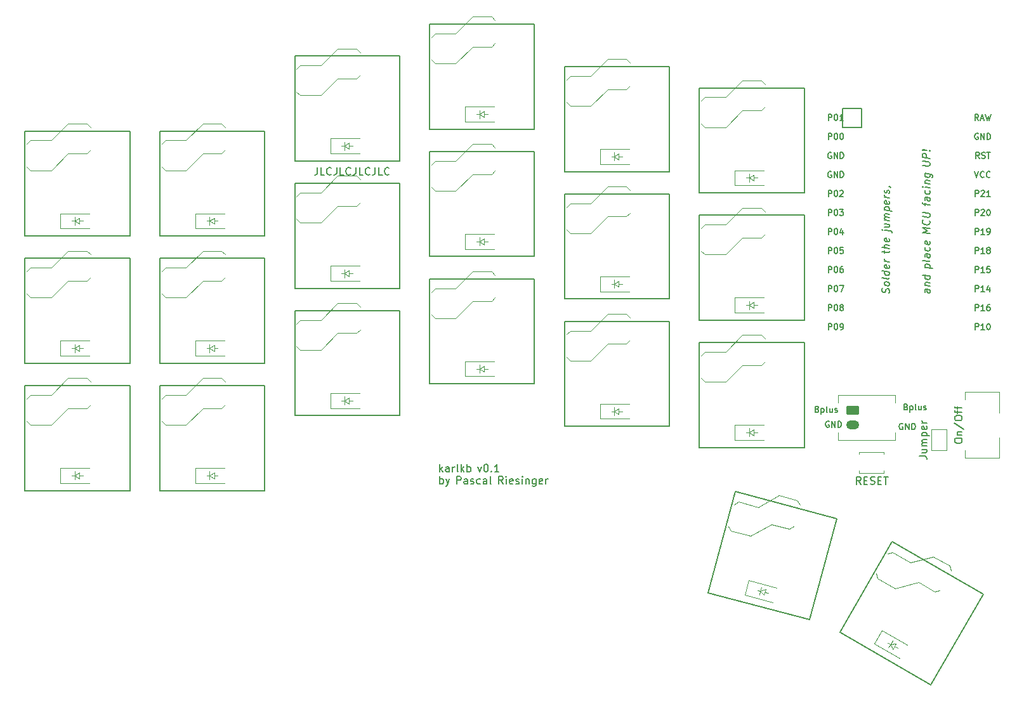
<source format=gbr>
%TF.GenerationSoftware,KiCad,Pcbnew,(7.0.0-0)*%
%TF.CreationDate,2023-02-19T20:14:33+01:00*%
%TF.ProjectId,karlkb_6x3,6b61726c-6b62-45f3-9678-332e6b696361,v0.1*%
%TF.SameCoordinates,Original*%
%TF.FileFunction,Legend,Top*%
%TF.FilePolarity,Positive*%
%FSLAX46Y46*%
G04 Gerber Fmt 4.6, Leading zero omitted, Abs format (unit mm)*
G04 Created by KiCad (PCBNEW (7.0.0-0)) date 2023-02-19 20:14:33*
%MOMM*%
%LPD*%
G01*
G04 APERTURE LIST*
G04 Aperture macros list*
%AMRoundRect*
0 Rectangle with rounded corners*
0 $1 Rounding radius*
0 $2 $3 $4 $5 $6 $7 $8 $9 X,Y pos of 4 corners*
0 Add a 4 corners polygon primitive as box body*
4,1,4,$2,$3,$4,$5,$6,$7,$8,$9,$2,$3,0*
0 Add four circle primitives for the rounded corners*
1,1,$1+$1,$2,$3*
1,1,$1+$1,$4,$5*
1,1,$1+$1,$6,$7*
1,1,$1+$1,$8,$9*
0 Add four rect primitives between the rounded corners*
20,1,$1+$1,$2,$3,$4,$5,0*
20,1,$1+$1,$4,$5,$6,$7,0*
20,1,$1+$1,$6,$7,$8,$9,0*
20,1,$1+$1,$8,$9,$2,$3,0*%
G04 Aperture macros list end*
%ADD10C,0.150000*%
%ADD11C,0.120000*%
%ADD12C,0.100000*%
%ADD13RoundRect,0.250000X-0.625000X-0.350000X0.625000X-0.350000X0.625000X0.350000X-0.625000X0.350000X0*%
%ADD14O,1.750000X1.200000*%
G04 APERTURE END LIST*
D10*
X182023809Y-113867380D02*
X182023809Y-114581666D01*
X182023809Y-114581666D02*
X181976190Y-114724523D01*
X181976190Y-114724523D02*
X181880952Y-114819761D01*
X181880952Y-114819761D02*
X181738095Y-114867380D01*
X181738095Y-114867380D02*
X181642857Y-114867380D01*
X182976190Y-114867380D02*
X182500000Y-114867380D01*
X182500000Y-114867380D02*
X182500000Y-113867380D01*
X183880952Y-114772142D02*
X183833333Y-114819761D01*
X183833333Y-114819761D02*
X183690476Y-114867380D01*
X183690476Y-114867380D02*
X183595238Y-114867380D01*
X183595238Y-114867380D02*
X183452381Y-114819761D01*
X183452381Y-114819761D02*
X183357143Y-114724523D01*
X183357143Y-114724523D02*
X183309524Y-114629285D01*
X183309524Y-114629285D02*
X183261905Y-114438809D01*
X183261905Y-114438809D02*
X183261905Y-114295952D01*
X183261905Y-114295952D02*
X183309524Y-114105476D01*
X183309524Y-114105476D02*
X183357143Y-114010238D01*
X183357143Y-114010238D02*
X183452381Y-113915000D01*
X183452381Y-113915000D02*
X183595238Y-113867380D01*
X183595238Y-113867380D02*
X183690476Y-113867380D01*
X183690476Y-113867380D02*
X183833333Y-113915000D01*
X183833333Y-113915000D02*
X183880952Y-113962619D01*
X184595238Y-113867380D02*
X184595238Y-114581666D01*
X184595238Y-114581666D02*
X184547619Y-114724523D01*
X184547619Y-114724523D02*
X184452381Y-114819761D01*
X184452381Y-114819761D02*
X184309524Y-114867380D01*
X184309524Y-114867380D02*
X184214286Y-114867380D01*
X185547619Y-114867380D02*
X185071429Y-114867380D01*
X185071429Y-114867380D02*
X185071429Y-113867380D01*
X186452381Y-114772142D02*
X186404762Y-114819761D01*
X186404762Y-114819761D02*
X186261905Y-114867380D01*
X186261905Y-114867380D02*
X186166667Y-114867380D01*
X186166667Y-114867380D02*
X186023810Y-114819761D01*
X186023810Y-114819761D02*
X185928572Y-114724523D01*
X185928572Y-114724523D02*
X185880953Y-114629285D01*
X185880953Y-114629285D02*
X185833334Y-114438809D01*
X185833334Y-114438809D02*
X185833334Y-114295952D01*
X185833334Y-114295952D02*
X185880953Y-114105476D01*
X185880953Y-114105476D02*
X185928572Y-114010238D01*
X185928572Y-114010238D02*
X186023810Y-113915000D01*
X186023810Y-113915000D02*
X186166667Y-113867380D01*
X186166667Y-113867380D02*
X186261905Y-113867380D01*
X186261905Y-113867380D02*
X186404762Y-113915000D01*
X186404762Y-113915000D02*
X186452381Y-113962619D01*
X187166667Y-113867380D02*
X187166667Y-114581666D01*
X187166667Y-114581666D02*
X187119048Y-114724523D01*
X187119048Y-114724523D02*
X187023810Y-114819761D01*
X187023810Y-114819761D02*
X186880953Y-114867380D01*
X186880953Y-114867380D02*
X186785715Y-114867380D01*
X188119048Y-114867380D02*
X187642858Y-114867380D01*
X187642858Y-114867380D02*
X187642858Y-113867380D01*
X189023810Y-114772142D02*
X188976191Y-114819761D01*
X188976191Y-114819761D02*
X188833334Y-114867380D01*
X188833334Y-114867380D02*
X188738096Y-114867380D01*
X188738096Y-114867380D02*
X188595239Y-114819761D01*
X188595239Y-114819761D02*
X188500001Y-114724523D01*
X188500001Y-114724523D02*
X188452382Y-114629285D01*
X188452382Y-114629285D02*
X188404763Y-114438809D01*
X188404763Y-114438809D02*
X188404763Y-114295952D01*
X188404763Y-114295952D02*
X188452382Y-114105476D01*
X188452382Y-114105476D02*
X188500001Y-114010238D01*
X188500001Y-114010238D02*
X188595239Y-113915000D01*
X188595239Y-113915000D02*
X188738096Y-113867380D01*
X188738096Y-113867380D02*
X188833334Y-113867380D01*
X188833334Y-113867380D02*
X188976191Y-113915000D01*
X188976191Y-113915000D02*
X189023810Y-113962619D01*
X189738096Y-113867380D02*
X189738096Y-114581666D01*
X189738096Y-114581666D02*
X189690477Y-114724523D01*
X189690477Y-114724523D02*
X189595239Y-114819761D01*
X189595239Y-114819761D02*
X189452382Y-114867380D01*
X189452382Y-114867380D02*
X189357144Y-114867380D01*
X190690477Y-114867380D02*
X190214287Y-114867380D01*
X190214287Y-114867380D02*
X190214287Y-113867380D01*
X191595239Y-114772142D02*
X191547620Y-114819761D01*
X191547620Y-114819761D02*
X191404763Y-114867380D01*
X191404763Y-114867380D02*
X191309525Y-114867380D01*
X191309525Y-114867380D02*
X191166668Y-114819761D01*
X191166668Y-114819761D02*
X191071430Y-114724523D01*
X191071430Y-114724523D02*
X191023811Y-114629285D01*
X191023811Y-114629285D02*
X190976192Y-114438809D01*
X190976192Y-114438809D02*
X190976192Y-114295952D01*
X190976192Y-114295952D02*
X191023811Y-114105476D01*
X191023811Y-114105476D02*
X191071430Y-114010238D01*
X191071430Y-114010238D02*
X191166668Y-113915000D01*
X191166668Y-113915000D02*
X191309525Y-113867380D01*
X191309525Y-113867380D02*
X191404763Y-113867380D01*
X191404763Y-113867380D02*
X191547620Y-113915000D01*
X191547620Y-113915000D02*
X191595239Y-113962619D01*
X198358095Y-154497380D02*
X198358095Y-153497380D01*
X198453333Y-154116428D02*
X198739047Y-154497380D01*
X198739047Y-153830714D02*
X198358095Y-154211666D01*
X199596190Y-154497380D02*
X199596190Y-153973571D01*
X199596190Y-153973571D02*
X199548571Y-153878333D01*
X199548571Y-153878333D02*
X199453333Y-153830714D01*
X199453333Y-153830714D02*
X199262857Y-153830714D01*
X199262857Y-153830714D02*
X199167619Y-153878333D01*
X199596190Y-154449761D02*
X199500952Y-154497380D01*
X199500952Y-154497380D02*
X199262857Y-154497380D01*
X199262857Y-154497380D02*
X199167619Y-154449761D01*
X199167619Y-154449761D02*
X199120000Y-154354523D01*
X199120000Y-154354523D02*
X199120000Y-154259285D01*
X199120000Y-154259285D02*
X199167619Y-154164047D01*
X199167619Y-154164047D02*
X199262857Y-154116428D01*
X199262857Y-154116428D02*
X199500952Y-154116428D01*
X199500952Y-154116428D02*
X199596190Y-154068809D01*
X200072381Y-154497380D02*
X200072381Y-153830714D01*
X200072381Y-154021190D02*
X200120000Y-153925952D01*
X200120000Y-153925952D02*
X200167619Y-153878333D01*
X200167619Y-153878333D02*
X200262857Y-153830714D01*
X200262857Y-153830714D02*
X200358095Y-153830714D01*
X200834286Y-154497380D02*
X200739048Y-154449761D01*
X200739048Y-154449761D02*
X200691429Y-154354523D01*
X200691429Y-154354523D02*
X200691429Y-153497380D01*
X201215239Y-154497380D02*
X201215239Y-153497380D01*
X201310477Y-154116428D02*
X201596191Y-154497380D01*
X201596191Y-153830714D02*
X201215239Y-154211666D01*
X202024763Y-154497380D02*
X202024763Y-153497380D01*
X202024763Y-153878333D02*
X202120001Y-153830714D01*
X202120001Y-153830714D02*
X202310477Y-153830714D01*
X202310477Y-153830714D02*
X202405715Y-153878333D01*
X202405715Y-153878333D02*
X202453334Y-153925952D01*
X202453334Y-153925952D02*
X202500953Y-154021190D01*
X202500953Y-154021190D02*
X202500953Y-154306904D01*
X202500953Y-154306904D02*
X202453334Y-154402142D01*
X202453334Y-154402142D02*
X202405715Y-154449761D01*
X202405715Y-154449761D02*
X202310477Y-154497380D01*
X202310477Y-154497380D02*
X202120001Y-154497380D01*
X202120001Y-154497380D02*
X202024763Y-154449761D01*
X203434287Y-153830714D02*
X203672382Y-154497380D01*
X203672382Y-154497380D02*
X203910477Y-153830714D01*
X204481906Y-153497380D02*
X204577144Y-153497380D01*
X204577144Y-153497380D02*
X204672382Y-153545000D01*
X204672382Y-153545000D02*
X204720001Y-153592619D01*
X204720001Y-153592619D02*
X204767620Y-153687857D01*
X204767620Y-153687857D02*
X204815239Y-153878333D01*
X204815239Y-153878333D02*
X204815239Y-154116428D01*
X204815239Y-154116428D02*
X204767620Y-154306904D01*
X204767620Y-154306904D02*
X204720001Y-154402142D01*
X204720001Y-154402142D02*
X204672382Y-154449761D01*
X204672382Y-154449761D02*
X204577144Y-154497380D01*
X204577144Y-154497380D02*
X204481906Y-154497380D01*
X204481906Y-154497380D02*
X204386668Y-154449761D01*
X204386668Y-154449761D02*
X204339049Y-154402142D01*
X204339049Y-154402142D02*
X204291430Y-154306904D01*
X204291430Y-154306904D02*
X204243811Y-154116428D01*
X204243811Y-154116428D02*
X204243811Y-153878333D01*
X204243811Y-153878333D02*
X204291430Y-153687857D01*
X204291430Y-153687857D02*
X204339049Y-153592619D01*
X204339049Y-153592619D02*
X204386668Y-153545000D01*
X204386668Y-153545000D02*
X204481906Y-153497380D01*
X205243811Y-154402142D02*
X205291430Y-154449761D01*
X205291430Y-154449761D02*
X205243811Y-154497380D01*
X205243811Y-154497380D02*
X205196192Y-154449761D01*
X205196192Y-154449761D02*
X205243811Y-154402142D01*
X205243811Y-154402142D02*
X205243811Y-154497380D01*
X206243810Y-154497380D02*
X205672382Y-154497380D01*
X205958096Y-154497380D02*
X205958096Y-153497380D01*
X205958096Y-153497380D02*
X205862858Y-153640238D01*
X205862858Y-153640238D02*
X205767620Y-153735476D01*
X205767620Y-153735476D02*
X205672382Y-153783095D01*
X198358095Y-156117380D02*
X198358095Y-155117380D01*
X198358095Y-155498333D02*
X198453333Y-155450714D01*
X198453333Y-155450714D02*
X198643809Y-155450714D01*
X198643809Y-155450714D02*
X198739047Y-155498333D01*
X198739047Y-155498333D02*
X198786666Y-155545952D01*
X198786666Y-155545952D02*
X198834285Y-155641190D01*
X198834285Y-155641190D02*
X198834285Y-155926904D01*
X198834285Y-155926904D02*
X198786666Y-156022142D01*
X198786666Y-156022142D02*
X198739047Y-156069761D01*
X198739047Y-156069761D02*
X198643809Y-156117380D01*
X198643809Y-156117380D02*
X198453333Y-156117380D01*
X198453333Y-156117380D02*
X198358095Y-156069761D01*
X199167619Y-155450714D02*
X199405714Y-156117380D01*
X199643809Y-155450714D02*
X199405714Y-156117380D01*
X199405714Y-156117380D02*
X199310476Y-156355476D01*
X199310476Y-156355476D02*
X199262857Y-156403095D01*
X199262857Y-156403095D02*
X199167619Y-156450714D01*
X200624762Y-156117380D02*
X200624762Y-155117380D01*
X200624762Y-155117380D02*
X201005714Y-155117380D01*
X201005714Y-155117380D02*
X201100952Y-155165000D01*
X201100952Y-155165000D02*
X201148571Y-155212619D01*
X201148571Y-155212619D02*
X201196190Y-155307857D01*
X201196190Y-155307857D02*
X201196190Y-155450714D01*
X201196190Y-155450714D02*
X201148571Y-155545952D01*
X201148571Y-155545952D02*
X201100952Y-155593571D01*
X201100952Y-155593571D02*
X201005714Y-155641190D01*
X201005714Y-155641190D02*
X200624762Y-155641190D01*
X202053333Y-156117380D02*
X202053333Y-155593571D01*
X202053333Y-155593571D02*
X202005714Y-155498333D01*
X202005714Y-155498333D02*
X201910476Y-155450714D01*
X201910476Y-155450714D02*
X201720000Y-155450714D01*
X201720000Y-155450714D02*
X201624762Y-155498333D01*
X202053333Y-156069761D02*
X201958095Y-156117380D01*
X201958095Y-156117380D02*
X201720000Y-156117380D01*
X201720000Y-156117380D02*
X201624762Y-156069761D01*
X201624762Y-156069761D02*
X201577143Y-155974523D01*
X201577143Y-155974523D02*
X201577143Y-155879285D01*
X201577143Y-155879285D02*
X201624762Y-155784047D01*
X201624762Y-155784047D02*
X201720000Y-155736428D01*
X201720000Y-155736428D02*
X201958095Y-155736428D01*
X201958095Y-155736428D02*
X202053333Y-155688809D01*
X202481905Y-156069761D02*
X202577143Y-156117380D01*
X202577143Y-156117380D02*
X202767619Y-156117380D01*
X202767619Y-156117380D02*
X202862857Y-156069761D01*
X202862857Y-156069761D02*
X202910476Y-155974523D01*
X202910476Y-155974523D02*
X202910476Y-155926904D01*
X202910476Y-155926904D02*
X202862857Y-155831666D01*
X202862857Y-155831666D02*
X202767619Y-155784047D01*
X202767619Y-155784047D02*
X202624762Y-155784047D01*
X202624762Y-155784047D02*
X202529524Y-155736428D01*
X202529524Y-155736428D02*
X202481905Y-155641190D01*
X202481905Y-155641190D02*
X202481905Y-155593571D01*
X202481905Y-155593571D02*
X202529524Y-155498333D01*
X202529524Y-155498333D02*
X202624762Y-155450714D01*
X202624762Y-155450714D02*
X202767619Y-155450714D01*
X202767619Y-155450714D02*
X202862857Y-155498333D01*
X203767619Y-156069761D02*
X203672381Y-156117380D01*
X203672381Y-156117380D02*
X203481905Y-156117380D01*
X203481905Y-156117380D02*
X203386667Y-156069761D01*
X203386667Y-156069761D02*
X203339048Y-156022142D01*
X203339048Y-156022142D02*
X203291429Y-155926904D01*
X203291429Y-155926904D02*
X203291429Y-155641190D01*
X203291429Y-155641190D02*
X203339048Y-155545952D01*
X203339048Y-155545952D02*
X203386667Y-155498333D01*
X203386667Y-155498333D02*
X203481905Y-155450714D01*
X203481905Y-155450714D02*
X203672381Y-155450714D01*
X203672381Y-155450714D02*
X203767619Y-155498333D01*
X204624762Y-156117380D02*
X204624762Y-155593571D01*
X204624762Y-155593571D02*
X204577143Y-155498333D01*
X204577143Y-155498333D02*
X204481905Y-155450714D01*
X204481905Y-155450714D02*
X204291429Y-155450714D01*
X204291429Y-155450714D02*
X204196191Y-155498333D01*
X204624762Y-156069761D02*
X204529524Y-156117380D01*
X204529524Y-156117380D02*
X204291429Y-156117380D01*
X204291429Y-156117380D02*
X204196191Y-156069761D01*
X204196191Y-156069761D02*
X204148572Y-155974523D01*
X204148572Y-155974523D02*
X204148572Y-155879285D01*
X204148572Y-155879285D02*
X204196191Y-155784047D01*
X204196191Y-155784047D02*
X204291429Y-155736428D01*
X204291429Y-155736428D02*
X204529524Y-155736428D01*
X204529524Y-155736428D02*
X204624762Y-155688809D01*
X205243810Y-156117380D02*
X205148572Y-156069761D01*
X205148572Y-156069761D02*
X205100953Y-155974523D01*
X205100953Y-155974523D02*
X205100953Y-155117380D01*
X206796191Y-156117380D02*
X206462858Y-155641190D01*
X206224763Y-156117380D02*
X206224763Y-155117380D01*
X206224763Y-155117380D02*
X206605715Y-155117380D01*
X206605715Y-155117380D02*
X206700953Y-155165000D01*
X206700953Y-155165000D02*
X206748572Y-155212619D01*
X206748572Y-155212619D02*
X206796191Y-155307857D01*
X206796191Y-155307857D02*
X206796191Y-155450714D01*
X206796191Y-155450714D02*
X206748572Y-155545952D01*
X206748572Y-155545952D02*
X206700953Y-155593571D01*
X206700953Y-155593571D02*
X206605715Y-155641190D01*
X206605715Y-155641190D02*
X206224763Y-155641190D01*
X207224763Y-156117380D02*
X207224763Y-155450714D01*
X207224763Y-155117380D02*
X207177144Y-155165000D01*
X207177144Y-155165000D02*
X207224763Y-155212619D01*
X207224763Y-155212619D02*
X207272382Y-155165000D01*
X207272382Y-155165000D02*
X207224763Y-155117380D01*
X207224763Y-155117380D02*
X207224763Y-155212619D01*
X208081905Y-156069761D02*
X207986667Y-156117380D01*
X207986667Y-156117380D02*
X207796191Y-156117380D01*
X207796191Y-156117380D02*
X207700953Y-156069761D01*
X207700953Y-156069761D02*
X207653334Y-155974523D01*
X207653334Y-155974523D02*
X207653334Y-155593571D01*
X207653334Y-155593571D02*
X207700953Y-155498333D01*
X207700953Y-155498333D02*
X207796191Y-155450714D01*
X207796191Y-155450714D02*
X207986667Y-155450714D01*
X207986667Y-155450714D02*
X208081905Y-155498333D01*
X208081905Y-155498333D02*
X208129524Y-155593571D01*
X208129524Y-155593571D02*
X208129524Y-155688809D01*
X208129524Y-155688809D02*
X207653334Y-155784047D01*
X208510477Y-156069761D02*
X208605715Y-156117380D01*
X208605715Y-156117380D02*
X208796191Y-156117380D01*
X208796191Y-156117380D02*
X208891429Y-156069761D01*
X208891429Y-156069761D02*
X208939048Y-155974523D01*
X208939048Y-155974523D02*
X208939048Y-155926904D01*
X208939048Y-155926904D02*
X208891429Y-155831666D01*
X208891429Y-155831666D02*
X208796191Y-155784047D01*
X208796191Y-155784047D02*
X208653334Y-155784047D01*
X208653334Y-155784047D02*
X208558096Y-155736428D01*
X208558096Y-155736428D02*
X208510477Y-155641190D01*
X208510477Y-155641190D02*
X208510477Y-155593571D01*
X208510477Y-155593571D02*
X208558096Y-155498333D01*
X208558096Y-155498333D02*
X208653334Y-155450714D01*
X208653334Y-155450714D02*
X208796191Y-155450714D01*
X208796191Y-155450714D02*
X208891429Y-155498333D01*
X209367620Y-156117380D02*
X209367620Y-155450714D01*
X209367620Y-155117380D02*
X209320001Y-155165000D01*
X209320001Y-155165000D02*
X209367620Y-155212619D01*
X209367620Y-155212619D02*
X209415239Y-155165000D01*
X209415239Y-155165000D02*
X209367620Y-155117380D01*
X209367620Y-155117380D02*
X209367620Y-155212619D01*
X209843810Y-155450714D02*
X209843810Y-156117380D01*
X209843810Y-155545952D02*
X209891429Y-155498333D01*
X209891429Y-155498333D02*
X209986667Y-155450714D01*
X209986667Y-155450714D02*
X210129524Y-155450714D01*
X210129524Y-155450714D02*
X210224762Y-155498333D01*
X210224762Y-155498333D02*
X210272381Y-155593571D01*
X210272381Y-155593571D02*
X210272381Y-156117380D01*
X211177143Y-155450714D02*
X211177143Y-156260238D01*
X211177143Y-156260238D02*
X211129524Y-156355476D01*
X211129524Y-156355476D02*
X211081905Y-156403095D01*
X211081905Y-156403095D02*
X210986667Y-156450714D01*
X210986667Y-156450714D02*
X210843810Y-156450714D01*
X210843810Y-156450714D02*
X210748572Y-156403095D01*
X211177143Y-156069761D02*
X211081905Y-156117380D01*
X211081905Y-156117380D02*
X210891429Y-156117380D01*
X210891429Y-156117380D02*
X210796191Y-156069761D01*
X210796191Y-156069761D02*
X210748572Y-156022142D01*
X210748572Y-156022142D02*
X210700953Y-155926904D01*
X210700953Y-155926904D02*
X210700953Y-155641190D01*
X210700953Y-155641190D02*
X210748572Y-155545952D01*
X210748572Y-155545952D02*
X210796191Y-155498333D01*
X210796191Y-155498333D02*
X210891429Y-155450714D01*
X210891429Y-155450714D02*
X211081905Y-155450714D01*
X211081905Y-155450714D02*
X211177143Y-155498333D01*
X212034286Y-156069761D02*
X211939048Y-156117380D01*
X211939048Y-156117380D02*
X211748572Y-156117380D01*
X211748572Y-156117380D02*
X211653334Y-156069761D01*
X211653334Y-156069761D02*
X211605715Y-155974523D01*
X211605715Y-155974523D02*
X211605715Y-155593571D01*
X211605715Y-155593571D02*
X211653334Y-155498333D01*
X211653334Y-155498333D02*
X211748572Y-155450714D01*
X211748572Y-155450714D02*
X211939048Y-155450714D01*
X211939048Y-155450714D02*
X212034286Y-155498333D01*
X212034286Y-155498333D02*
X212081905Y-155593571D01*
X212081905Y-155593571D02*
X212081905Y-155688809D01*
X212081905Y-155688809D02*
X211605715Y-155784047D01*
X212510477Y-156117380D02*
X212510477Y-155450714D01*
X212510477Y-155641190D02*
X212558096Y-155545952D01*
X212558096Y-155545952D02*
X212605715Y-155498333D01*
X212605715Y-155498333D02*
X212700953Y-155450714D01*
X212700953Y-155450714D02*
X212796191Y-155450714D01*
X258319761Y-130647619D02*
X258367380Y-130510714D01*
X258367380Y-130510714D02*
X258367380Y-130272619D01*
X258367380Y-130272619D02*
X258319761Y-130171428D01*
X258319761Y-130171428D02*
X258272142Y-130117857D01*
X258272142Y-130117857D02*
X258176904Y-130058333D01*
X258176904Y-130058333D02*
X258081666Y-130046428D01*
X258081666Y-130046428D02*
X257986428Y-130082142D01*
X257986428Y-130082142D02*
X257938809Y-130123809D01*
X257938809Y-130123809D02*
X257891190Y-130213095D01*
X257891190Y-130213095D02*
X257843571Y-130397619D01*
X257843571Y-130397619D02*
X257795952Y-130486904D01*
X257795952Y-130486904D02*
X257748333Y-130528571D01*
X257748333Y-130528571D02*
X257653095Y-130564285D01*
X257653095Y-130564285D02*
X257557857Y-130552380D01*
X257557857Y-130552380D02*
X257462619Y-130492857D01*
X257462619Y-130492857D02*
X257415000Y-130439285D01*
X257415000Y-130439285D02*
X257367380Y-130338095D01*
X257367380Y-130338095D02*
X257367380Y-130100000D01*
X257367380Y-130100000D02*
X257415000Y-129963095D01*
X258367380Y-129510714D02*
X258319761Y-129599999D01*
X258319761Y-129599999D02*
X258272142Y-129641666D01*
X258272142Y-129641666D02*
X258176904Y-129677380D01*
X258176904Y-129677380D02*
X257891190Y-129641666D01*
X257891190Y-129641666D02*
X257795952Y-129582142D01*
X257795952Y-129582142D02*
X257748333Y-129528571D01*
X257748333Y-129528571D02*
X257700714Y-129427380D01*
X257700714Y-129427380D02*
X257700714Y-129284523D01*
X257700714Y-129284523D02*
X257748333Y-129195238D01*
X257748333Y-129195238D02*
X257795952Y-129153571D01*
X257795952Y-129153571D02*
X257891190Y-129117857D01*
X257891190Y-129117857D02*
X258176904Y-129153571D01*
X258176904Y-129153571D02*
X258272142Y-129213095D01*
X258272142Y-129213095D02*
X258319761Y-129266666D01*
X258319761Y-129266666D02*
X258367380Y-129367857D01*
X258367380Y-129367857D02*
X258367380Y-129510714D01*
X258367380Y-128605952D02*
X258319761Y-128695237D01*
X258319761Y-128695237D02*
X258224523Y-128730952D01*
X258224523Y-128730952D02*
X257367380Y-128623809D01*
X258367380Y-127796427D02*
X257367380Y-127671427D01*
X258319761Y-127790475D02*
X258367380Y-127891666D01*
X258367380Y-127891666D02*
X258367380Y-128082142D01*
X258367380Y-128082142D02*
X258319761Y-128171427D01*
X258319761Y-128171427D02*
X258272142Y-128213094D01*
X258272142Y-128213094D02*
X258176904Y-128248808D01*
X258176904Y-128248808D02*
X257891190Y-128213094D01*
X257891190Y-128213094D02*
X257795952Y-128153570D01*
X257795952Y-128153570D02*
X257748333Y-128099999D01*
X257748333Y-128099999D02*
X257700714Y-127998808D01*
X257700714Y-127998808D02*
X257700714Y-127808332D01*
X257700714Y-127808332D02*
X257748333Y-127719047D01*
X258319761Y-126933332D02*
X258367380Y-127034523D01*
X258367380Y-127034523D02*
X258367380Y-127224999D01*
X258367380Y-127224999D02*
X258319761Y-127314285D01*
X258319761Y-127314285D02*
X258224523Y-127349999D01*
X258224523Y-127349999D02*
X257843571Y-127302380D01*
X257843571Y-127302380D02*
X257748333Y-127242856D01*
X257748333Y-127242856D02*
X257700714Y-127141665D01*
X257700714Y-127141665D02*
X257700714Y-126951189D01*
X257700714Y-126951189D02*
X257748333Y-126861904D01*
X257748333Y-126861904D02*
X257843571Y-126826189D01*
X257843571Y-126826189D02*
X257938809Y-126838094D01*
X257938809Y-126838094D02*
X258034047Y-127326189D01*
X258367380Y-126463094D02*
X257700714Y-126379761D01*
X257891190Y-126403570D02*
X257795952Y-126344046D01*
X257795952Y-126344046D02*
X257748333Y-126290475D01*
X257748333Y-126290475D02*
X257700714Y-126189284D01*
X257700714Y-126189284D02*
X257700714Y-126094046D01*
X257700714Y-125303570D02*
X257700714Y-124922617D01*
X257367380Y-125119046D02*
X258224523Y-125226189D01*
X258224523Y-125226189D02*
X258319761Y-125190474D01*
X258319761Y-125190474D02*
X258367380Y-125101189D01*
X258367380Y-125101189D02*
X258367380Y-125005951D01*
X258367380Y-124672617D02*
X257367380Y-124547617D01*
X258367380Y-124244045D02*
X257843571Y-124178569D01*
X257843571Y-124178569D02*
X257748333Y-124214284D01*
X257748333Y-124214284D02*
X257700714Y-124303569D01*
X257700714Y-124303569D02*
X257700714Y-124446426D01*
X257700714Y-124446426D02*
X257748333Y-124547617D01*
X257748333Y-124547617D02*
X257795952Y-124601188D01*
X258319761Y-123380950D02*
X258367380Y-123482141D01*
X258367380Y-123482141D02*
X258367380Y-123672617D01*
X258367380Y-123672617D02*
X258319761Y-123761903D01*
X258319761Y-123761903D02*
X258224523Y-123797617D01*
X258224523Y-123797617D02*
X257843571Y-123749998D01*
X257843571Y-123749998D02*
X257748333Y-123690474D01*
X257748333Y-123690474D02*
X257700714Y-123589283D01*
X257700714Y-123589283D02*
X257700714Y-123398807D01*
X257700714Y-123398807D02*
X257748333Y-123309522D01*
X257748333Y-123309522D02*
X257843571Y-123273807D01*
X257843571Y-123273807D02*
X257938809Y-123285712D01*
X257938809Y-123285712D02*
X258034047Y-123773807D01*
X257700714Y-122227379D02*
X258557857Y-122334521D01*
X258557857Y-122334521D02*
X258653095Y-122394045D01*
X258653095Y-122394045D02*
X258700714Y-122495236D01*
X258700714Y-122495236D02*
X258700714Y-122542855D01*
X257367380Y-122185712D02*
X257415000Y-122239283D01*
X257415000Y-122239283D02*
X257462619Y-122197617D01*
X257462619Y-122197617D02*
X257415000Y-122144045D01*
X257415000Y-122144045D02*
X257367380Y-122185712D01*
X257367380Y-122185712D02*
X257462619Y-122197617D01*
X257700714Y-121358331D02*
X258367380Y-121441664D01*
X257700714Y-121786903D02*
X258224523Y-121852379D01*
X258224523Y-121852379D02*
X258319761Y-121816664D01*
X258319761Y-121816664D02*
X258367380Y-121727379D01*
X258367380Y-121727379D02*
X258367380Y-121584522D01*
X258367380Y-121584522D02*
X258319761Y-121483331D01*
X258319761Y-121483331D02*
X258272142Y-121429760D01*
X258367380Y-120965474D02*
X257700714Y-120882141D01*
X257795952Y-120894045D02*
X257748333Y-120840474D01*
X257748333Y-120840474D02*
X257700714Y-120739283D01*
X257700714Y-120739283D02*
X257700714Y-120596426D01*
X257700714Y-120596426D02*
X257748333Y-120507141D01*
X257748333Y-120507141D02*
X257843571Y-120471426D01*
X257843571Y-120471426D02*
X258367380Y-120536902D01*
X257843571Y-120471426D02*
X257748333Y-120411902D01*
X257748333Y-120411902D02*
X257700714Y-120310712D01*
X257700714Y-120310712D02*
X257700714Y-120167855D01*
X257700714Y-120167855D02*
X257748333Y-120078569D01*
X257748333Y-120078569D02*
X257843571Y-120042855D01*
X257843571Y-120042855D02*
X258367380Y-120108331D01*
X257700714Y-119548808D02*
X258700714Y-119673808D01*
X257748333Y-119554760D02*
X257700714Y-119453569D01*
X257700714Y-119453569D02*
X257700714Y-119263093D01*
X257700714Y-119263093D02*
X257748333Y-119173808D01*
X257748333Y-119173808D02*
X257795952Y-119132141D01*
X257795952Y-119132141D02*
X257891190Y-119096427D01*
X257891190Y-119096427D02*
X258176904Y-119132141D01*
X258176904Y-119132141D02*
X258272142Y-119191665D01*
X258272142Y-119191665D02*
X258319761Y-119245236D01*
X258319761Y-119245236D02*
X258367380Y-119346427D01*
X258367380Y-119346427D02*
X258367380Y-119536903D01*
X258367380Y-119536903D02*
X258319761Y-119626189D01*
X258319761Y-118376188D02*
X258367380Y-118477379D01*
X258367380Y-118477379D02*
X258367380Y-118667855D01*
X258367380Y-118667855D02*
X258319761Y-118757141D01*
X258319761Y-118757141D02*
X258224523Y-118792855D01*
X258224523Y-118792855D02*
X257843571Y-118745236D01*
X257843571Y-118745236D02*
X257748333Y-118685712D01*
X257748333Y-118685712D02*
X257700714Y-118584521D01*
X257700714Y-118584521D02*
X257700714Y-118394045D01*
X257700714Y-118394045D02*
X257748333Y-118304760D01*
X257748333Y-118304760D02*
X257843571Y-118269045D01*
X257843571Y-118269045D02*
X257938809Y-118280950D01*
X257938809Y-118280950D02*
X258034047Y-118769045D01*
X258367380Y-117905950D02*
X257700714Y-117822617D01*
X257891190Y-117846426D02*
X257795952Y-117786902D01*
X257795952Y-117786902D02*
X257748333Y-117733331D01*
X257748333Y-117733331D02*
X257700714Y-117632140D01*
X257700714Y-117632140D02*
X257700714Y-117536902D01*
X258319761Y-117328569D02*
X258367380Y-117239283D01*
X258367380Y-117239283D02*
X258367380Y-117048807D01*
X258367380Y-117048807D02*
X258319761Y-116947616D01*
X258319761Y-116947616D02*
X258224523Y-116888092D01*
X258224523Y-116888092D02*
X258176904Y-116882140D01*
X258176904Y-116882140D02*
X258081666Y-116917854D01*
X258081666Y-116917854D02*
X258034047Y-117007140D01*
X258034047Y-117007140D02*
X258034047Y-117149997D01*
X258034047Y-117149997D02*
X257986428Y-117239283D01*
X257986428Y-117239283D02*
X257891190Y-117274997D01*
X257891190Y-117274997D02*
X257843571Y-117269045D01*
X257843571Y-117269045D02*
X257748333Y-117209521D01*
X257748333Y-117209521D02*
X257700714Y-117108330D01*
X257700714Y-117108330D02*
X257700714Y-116965473D01*
X257700714Y-116965473D02*
X257748333Y-116876188D01*
X258319761Y-116423806D02*
X258367380Y-116429759D01*
X258367380Y-116429759D02*
X258462619Y-116489283D01*
X258462619Y-116489283D02*
X258510238Y-116542854D01*
X263767380Y-130177380D02*
X263243571Y-130111904D01*
X263243571Y-130111904D02*
X263148333Y-130147619D01*
X263148333Y-130147619D02*
X263100714Y-130236904D01*
X263100714Y-130236904D02*
X263100714Y-130427380D01*
X263100714Y-130427380D02*
X263148333Y-130528571D01*
X263719761Y-130171428D02*
X263767380Y-130272619D01*
X263767380Y-130272619D02*
X263767380Y-130510714D01*
X263767380Y-130510714D02*
X263719761Y-130600000D01*
X263719761Y-130600000D02*
X263624523Y-130635714D01*
X263624523Y-130635714D02*
X263529285Y-130623809D01*
X263529285Y-130623809D02*
X263434047Y-130564285D01*
X263434047Y-130564285D02*
X263386428Y-130463095D01*
X263386428Y-130463095D02*
X263386428Y-130225000D01*
X263386428Y-130225000D02*
X263338809Y-130123809D01*
X263100714Y-129617857D02*
X263767380Y-129701190D01*
X263195952Y-129629761D02*
X263148333Y-129576190D01*
X263148333Y-129576190D02*
X263100714Y-129474999D01*
X263100714Y-129474999D02*
X263100714Y-129332142D01*
X263100714Y-129332142D02*
X263148333Y-129242857D01*
X263148333Y-129242857D02*
X263243571Y-129207142D01*
X263243571Y-129207142D02*
X263767380Y-129272618D01*
X263767380Y-128367856D02*
X262767380Y-128242856D01*
X263719761Y-128361904D02*
X263767380Y-128463095D01*
X263767380Y-128463095D02*
X263767380Y-128653571D01*
X263767380Y-128653571D02*
X263719761Y-128742856D01*
X263719761Y-128742856D02*
X263672142Y-128784523D01*
X263672142Y-128784523D02*
X263576904Y-128820237D01*
X263576904Y-128820237D02*
X263291190Y-128784523D01*
X263291190Y-128784523D02*
X263195952Y-128724999D01*
X263195952Y-128724999D02*
X263148333Y-128671428D01*
X263148333Y-128671428D02*
X263100714Y-128570237D01*
X263100714Y-128570237D02*
X263100714Y-128379761D01*
X263100714Y-128379761D02*
X263148333Y-128290476D01*
X263100714Y-127208333D02*
X264100714Y-127333333D01*
X263148333Y-127214285D02*
X263100714Y-127113094D01*
X263100714Y-127113094D02*
X263100714Y-126922618D01*
X263100714Y-126922618D02*
X263148333Y-126833333D01*
X263148333Y-126833333D02*
X263195952Y-126791666D01*
X263195952Y-126791666D02*
X263291190Y-126755952D01*
X263291190Y-126755952D02*
X263576904Y-126791666D01*
X263576904Y-126791666D02*
X263672142Y-126851190D01*
X263672142Y-126851190D02*
X263719761Y-126904761D01*
X263719761Y-126904761D02*
X263767380Y-127005952D01*
X263767380Y-127005952D02*
X263767380Y-127196428D01*
X263767380Y-127196428D02*
X263719761Y-127285714D01*
X263767380Y-126279761D02*
X263719761Y-126369046D01*
X263719761Y-126369046D02*
X263624523Y-126404761D01*
X263624523Y-126404761D02*
X262767380Y-126297618D01*
X263767380Y-125470236D02*
X263243571Y-125404760D01*
X263243571Y-125404760D02*
X263148333Y-125440475D01*
X263148333Y-125440475D02*
X263100714Y-125529760D01*
X263100714Y-125529760D02*
X263100714Y-125720236D01*
X263100714Y-125720236D02*
X263148333Y-125821427D01*
X263719761Y-125464284D02*
X263767380Y-125565475D01*
X263767380Y-125565475D02*
X263767380Y-125803570D01*
X263767380Y-125803570D02*
X263719761Y-125892856D01*
X263719761Y-125892856D02*
X263624523Y-125928570D01*
X263624523Y-125928570D02*
X263529285Y-125916665D01*
X263529285Y-125916665D02*
X263434047Y-125857141D01*
X263434047Y-125857141D02*
X263386428Y-125755951D01*
X263386428Y-125755951D02*
X263386428Y-125517856D01*
X263386428Y-125517856D02*
X263338809Y-125416665D01*
X263719761Y-124559522D02*
X263767380Y-124660713D01*
X263767380Y-124660713D02*
X263767380Y-124851189D01*
X263767380Y-124851189D02*
X263719761Y-124940474D01*
X263719761Y-124940474D02*
X263672142Y-124982141D01*
X263672142Y-124982141D02*
X263576904Y-125017855D01*
X263576904Y-125017855D02*
X263291190Y-124982141D01*
X263291190Y-124982141D02*
X263195952Y-124922617D01*
X263195952Y-124922617D02*
X263148333Y-124869046D01*
X263148333Y-124869046D02*
X263100714Y-124767855D01*
X263100714Y-124767855D02*
X263100714Y-124577379D01*
X263100714Y-124577379D02*
X263148333Y-124488094D01*
X263719761Y-123749998D02*
X263767380Y-123851189D01*
X263767380Y-123851189D02*
X263767380Y-124041665D01*
X263767380Y-124041665D02*
X263719761Y-124130951D01*
X263719761Y-124130951D02*
X263624523Y-124166665D01*
X263624523Y-124166665D02*
X263243571Y-124119046D01*
X263243571Y-124119046D02*
X263148333Y-124059522D01*
X263148333Y-124059522D02*
X263100714Y-123958331D01*
X263100714Y-123958331D02*
X263100714Y-123767855D01*
X263100714Y-123767855D02*
X263148333Y-123678570D01*
X263148333Y-123678570D02*
X263243571Y-123642855D01*
X263243571Y-123642855D02*
X263338809Y-123654760D01*
X263338809Y-123654760D02*
X263434047Y-124142855D01*
X263767380Y-122679760D02*
X262767380Y-122554760D01*
X262767380Y-122554760D02*
X263481666Y-122310712D01*
X263481666Y-122310712D02*
X262767380Y-121888093D01*
X262767380Y-121888093D02*
X263767380Y-122013093D01*
X263672142Y-120953570D02*
X263719761Y-121007141D01*
X263719761Y-121007141D02*
X263767380Y-121155951D01*
X263767380Y-121155951D02*
X263767380Y-121251189D01*
X263767380Y-121251189D02*
X263719761Y-121388093D01*
X263719761Y-121388093D02*
X263624523Y-121471427D01*
X263624523Y-121471427D02*
X263529285Y-121507141D01*
X263529285Y-121507141D02*
X263338809Y-121530951D01*
X263338809Y-121530951D02*
X263195952Y-121513093D01*
X263195952Y-121513093D02*
X263005476Y-121441665D01*
X263005476Y-121441665D02*
X262910238Y-121382141D01*
X262910238Y-121382141D02*
X262815000Y-121274998D01*
X262815000Y-121274998D02*
X262767380Y-121126189D01*
X262767380Y-121126189D02*
X262767380Y-121030951D01*
X262767380Y-121030951D02*
X262815000Y-120894046D01*
X262815000Y-120894046D02*
X262862619Y-120852379D01*
X262767380Y-120411903D02*
X263576904Y-120513093D01*
X263576904Y-120513093D02*
X263672142Y-120477379D01*
X263672142Y-120477379D02*
X263719761Y-120435712D01*
X263719761Y-120435712D02*
X263767380Y-120346427D01*
X263767380Y-120346427D02*
X263767380Y-120155951D01*
X263767380Y-120155951D02*
X263719761Y-120054760D01*
X263719761Y-120054760D02*
X263672142Y-120001189D01*
X263672142Y-120001189D02*
X263576904Y-119941665D01*
X263576904Y-119941665D02*
X262767380Y-119840474D01*
X263100714Y-118948808D02*
X263100714Y-118567855D01*
X263767380Y-118889284D02*
X262910238Y-118782141D01*
X262910238Y-118782141D02*
X262815000Y-118722617D01*
X262815000Y-118722617D02*
X262767380Y-118621427D01*
X262767380Y-118621427D02*
X262767380Y-118526189D01*
X263767380Y-117889283D02*
X263243571Y-117823807D01*
X263243571Y-117823807D02*
X263148333Y-117859522D01*
X263148333Y-117859522D02*
X263100714Y-117948807D01*
X263100714Y-117948807D02*
X263100714Y-118139283D01*
X263100714Y-118139283D02*
X263148333Y-118240474D01*
X263719761Y-117883331D02*
X263767380Y-117984522D01*
X263767380Y-117984522D02*
X263767380Y-118222617D01*
X263767380Y-118222617D02*
X263719761Y-118311903D01*
X263719761Y-118311903D02*
X263624523Y-118347617D01*
X263624523Y-118347617D02*
X263529285Y-118335712D01*
X263529285Y-118335712D02*
X263434047Y-118276188D01*
X263434047Y-118276188D02*
X263386428Y-118174998D01*
X263386428Y-118174998D02*
X263386428Y-117936903D01*
X263386428Y-117936903D02*
X263338809Y-117835712D01*
X263719761Y-116978569D02*
X263767380Y-117079760D01*
X263767380Y-117079760D02*
X263767380Y-117270236D01*
X263767380Y-117270236D02*
X263719761Y-117359521D01*
X263719761Y-117359521D02*
X263672142Y-117401188D01*
X263672142Y-117401188D02*
X263576904Y-117436902D01*
X263576904Y-117436902D02*
X263291190Y-117401188D01*
X263291190Y-117401188D02*
X263195952Y-117341664D01*
X263195952Y-117341664D02*
X263148333Y-117288093D01*
X263148333Y-117288093D02*
X263100714Y-117186902D01*
X263100714Y-117186902D02*
X263100714Y-116996426D01*
X263100714Y-116996426D02*
X263148333Y-116907141D01*
X263767380Y-116555950D02*
X263100714Y-116472617D01*
X262767380Y-116430950D02*
X262815000Y-116484521D01*
X262815000Y-116484521D02*
X262862619Y-116442855D01*
X262862619Y-116442855D02*
X262815000Y-116389283D01*
X262815000Y-116389283D02*
X262767380Y-116430950D01*
X262767380Y-116430950D02*
X262862619Y-116442855D01*
X263100714Y-115996427D02*
X263767380Y-116079760D01*
X263195952Y-116008331D02*
X263148333Y-115954760D01*
X263148333Y-115954760D02*
X263100714Y-115853569D01*
X263100714Y-115853569D02*
X263100714Y-115710712D01*
X263100714Y-115710712D02*
X263148333Y-115621427D01*
X263148333Y-115621427D02*
X263243571Y-115585712D01*
X263243571Y-115585712D02*
X263767380Y-115651188D01*
X263100714Y-114663093D02*
X263910238Y-114764284D01*
X263910238Y-114764284D02*
X264005476Y-114823807D01*
X264005476Y-114823807D02*
X264053095Y-114877379D01*
X264053095Y-114877379D02*
X264100714Y-114978569D01*
X264100714Y-114978569D02*
X264100714Y-115121426D01*
X264100714Y-115121426D02*
X264053095Y-115210712D01*
X263719761Y-114740474D02*
X263767380Y-114841665D01*
X263767380Y-114841665D02*
X263767380Y-115032141D01*
X263767380Y-115032141D02*
X263719761Y-115121426D01*
X263719761Y-115121426D02*
X263672142Y-115163093D01*
X263672142Y-115163093D02*
X263576904Y-115198807D01*
X263576904Y-115198807D02*
X263291190Y-115163093D01*
X263291190Y-115163093D02*
X263195952Y-115103569D01*
X263195952Y-115103569D02*
X263148333Y-115049998D01*
X263148333Y-115049998D02*
X263100714Y-114948807D01*
X263100714Y-114948807D02*
X263100714Y-114758331D01*
X263100714Y-114758331D02*
X263148333Y-114669046D01*
X262767380Y-113580950D02*
X263576904Y-113682140D01*
X263576904Y-113682140D02*
X263672142Y-113646426D01*
X263672142Y-113646426D02*
X263719761Y-113604759D01*
X263719761Y-113604759D02*
X263767380Y-113515474D01*
X263767380Y-113515474D02*
X263767380Y-113324998D01*
X263767380Y-113324998D02*
X263719761Y-113223807D01*
X263719761Y-113223807D02*
X263672142Y-113170236D01*
X263672142Y-113170236D02*
X263576904Y-113110712D01*
X263576904Y-113110712D02*
X262767380Y-113009521D01*
X263767380Y-112658331D02*
X262767380Y-112533331D01*
X262767380Y-112533331D02*
X262767380Y-112152379D01*
X262767380Y-112152379D02*
X262815000Y-112063093D01*
X262815000Y-112063093D02*
X262862619Y-112021426D01*
X262862619Y-112021426D02*
X262957857Y-111985712D01*
X262957857Y-111985712D02*
X263100714Y-112003569D01*
X263100714Y-112003569D02*
X263195952Y-112063093D01*
X263195952Y-112063093D02*
X263243571Y-112116664D01*
X263243571Y-112116664D02*
X263291190Y-112217855D01*
X263291190Y-112217855D02*
X263291190Y-112598807D01*
X263672142Y-111646426D02*
X263719761Y-111604759D01*
X263719761Y-111604759D02*
X263767380Y-111658331D01*
X263767380Y-111658331D02*
X263719761Y-111699998D01*
X263719761Y-111699998D02*
X263672142Y-111646426D01*
X263672142Y-111646426D02*
X263767380Y-111658331D01*
X263386428Y-111610712D02*
X262815000Y-111586902D01*
X262815000Y-111586902D02*
X262767380Y-111533331D01*
X262767380Y-111533331D02*
X262815000Y-111491664D01*
X262815000Y-111491664D02*
X263386428Y-111610712D01*
X263386428Y-111610712D02*
X262767380Y-111533331D01*
X143000000Y-157000000D02*
X157000000Y-157000000D01*
X157000000Y-157000000D02*
X157000000Y-143000000D01*
X157000000Y-143000000D02*
X143000000Y-143000000D01*
X143000000Y-143000000D02*
X143000000Y-157000000D01*
X143000000Y-140000000D02*
X157000000Y-140000000D01*
X157000000Y-140000000D02*
X157000000Y-126000000D01*
X157000000Y-126000000D02*
X143000000Y-126000000D01*
X143000000Y-126000000D02*
X143000000Y-140000000D01*
X143000000Y-123000000D02*
X157000000Y-123000000D01*
X157000000Y-123000000D02*
X157000000Y-109000000D01*
X157000000Y-109000000D02*
X143000000Y-109000000D01*
X143000000Y-109000000D02*
X143000000Y-123000000D01*
X161000000Y-157000000D02*
X175000000Y-157000000D01*
X175000000Y-157000000D02*
X175000000Y-143000000D01*
X175000000Y-143000000D02*
X161000000Y-143000000D01*
X161000000Y-143000000D02*
X161000000Y-157000000D01*
X161000000Y-140000000D02*
X175000000Y-140000000D01*
X175000000Y-140000000D02*
X175000000Y-126000000D01*
X175000000Y-126000000D02*
X161000000Y-126000000D01*
X161000000Y-126000000D02*
X161000000Y-140000000D01*
X161000000Y-123000000D02*
X175000000Y-123000000D01*
X175000000Y-123000000D02*
X175000000Y-109000000D01*
X175000000Y-109000000D02*
X161000000Y-109000000D01*
X161000000Y-109000000D02*
X161000000Y-123000000D01*
X179000000Y-147000000D02*
X193000000Y-147000000D01*
X193000000Y-147000000D02*
X193000000Y-133000000D01*
X193000000Y-133000000D02*
X179000000Y-133000000D01*
X179000000Y-133000000D02*
X179000000Y-147000000D01*
X179000000Y-130000000D02*
X193000000Y-130000000D01*
X193000000Y-130000000D02*
X193000000Y-116000000D01*
X193000000Y-116000000D02*
X179000000Y-116000000D01*
X179000000Y-116000000D02*
X179000000Y-130000000D01*
X179000000Y-113000000D02*
X193000000Y-113000000D01*
X193000000Y-113000000D02*
X193000000Y-99000000D01*
X193000000Y-99000000D02*
X179000000Y-99000000D01*
X179000000Y-99000000D02*
X179000000Y-113000000D01*
X197000000Y-142750000D02*
X211000000Y-142750000D01*
X211000000Y-142750000D02*
X211000000Y-128750000D01*
X211000000Y-128750000D02*
X197000000Y-128750000D01*
X197000000Y-128750000D02*
X197000000Y-142750000D01*
X197000000Y-125750000D02*
X211000000Y-125750000D01*
X211000000Y-125750000D02*
X211000000Y-111750000D01*
X211000000Y-111750000D02*
X197000000Y-111750000D01*
X197000000Y-111750000D02*
X197000000Y-125750000D01*
X197000000Y-108750000D02*
X211000000Y-108750000D01*
X211000000Y-108750000D02*
X211000000Y-94750000D01*
X211000000Y-94750000D02*
X197000000Y-94750000D01*
X197000000Y-94750000D02*
X197000000Y-108750000D01*
X215000000Y-148416667D02*
X229000000Y-148416667D01*
X229000000Y-148416667D02*
X229000000Y-134416667D01*
X229000000Y-134416667D02*
X215000000Y-134416667D01*
X215000000Y-134416667D02*
X215000000Y-148416667D01*
X215000000Y-131416667D02*
X229000000Y-131416667D01*
X229000000Y-131416667D02*
X229000000Y-117416667D01*
X229000000Y-117416667D02*
X215000000Y-117416667D01*
X215000000Y-117416667D02*
X215000000Y-131416667D01*
X215000000Y-114416667D02*
X229000000Y-114416667D01*
X229000000Y-114416667D02*
X229000000Y-100416667D01*
X229000000Y-100416667D02*
X215000000Y-100416667D01*
X215000000Y-100416667D02*
X215000000Y-114416667D01*
X233000000Y-151250000D02*
X247000000Y-151250000D01*
X247000000Y-151250000D02*
X247000000Y-137250000D01*
X247000000Y-137250000D02*
X233000000Y-137250000D01*
X233000000Y-137250000D02*
X233000000Y-151250000D01*
X233000000Y-134250000D02*
X247000000Y-134250000D01*
X247000000Y-134250000D02*
X247000000Y-120250000D01*
X247000000Y-120250000D02*
X233000000Y-120250000D01*
X233000000Y-120250000D02*
X233000000Y-134250000D01*
X233000000Y-117250000D02*
X247000000Y-117250000D01*
X247000000Y-117250000D02*
X247000000Y-103250000D01*
X247000000Y-103250000D02*
X233000000Y-103250000D01*
X233000000Y-103250000D02*
X233000000Y-117250000D01*
X234200065Y-170634602D02*
X247723027Y-174258068D01*
X247723027Y-174258068D02*
X251346493Y-160735107D01*
X251346493Y-160735107D02*
X237823532Y-157111640D01*
X237823532Y-157111640D02*
X234200065Y-170634602D01*
X251748700Y-175925557D02*
X263873056Y-182925557D01*
X263873056Y-182925557D02*
X270873056Y-170801201D01*
X270873056Y-170801201D02*
X258748700Y-163801201D01*
X258748700Y-163801201D02*
X251748700Y-175925557D01*
%TO.C,MCU1*%
X269828571Y-135513904D02*
X269828571Y-134713904D01*
X269828571Y-134713904D02*
X270133333Y-134713904D01*
X270133333Y-134713904D02*
X270209523Y-134752000D01*
X270209523Y-134752000D02*
X270247618Y-134790095D01*
X270247618Y-134790095D02*
X270285714Y-134866285D01*
X270285714Y-134866285D02*
X270285714Y-134980571D01*
X270285714Y-134980571D02*
X270247618Y-135056761D01*
X270247618Y-135056761D02*
X270209523Y-135094857D01*
X270209523Y-135094857D02*
X270133333Y-135132952D01*
X270133333Y-135132952D02*
X269828571Y-135132952D01*
X271047618Y-135513904D02*
X270590475Y-135513904D01*
X270819047Y-135513904D02*
X270819047Y-134713904D01*
X270819047Y-134713904D02*
X270742856Y-134828190D01*
X270742856Y-134828190D02*
X270666666Y-134904380D01*
X270666666Y-134904380D02*
X270590475Y-134942476D01*
X271542857Y-134713904D02*
X271619047Y-134713904D01*
X271619047Y-134713904D02*
X271695238Y-134752000D01*
X271695238Y-134752000D02*
X271733333Y-134790095D01*
X271733333Y-134790095D02*
X271771428Y-134866285D01*
X271771428Y-134866285D02*
X271809523Y-135018666D01*
X271809523Y-135018666D02*
X271809523Y-135209142D01*
X271809523Y-135209142D02*
X271771428Y-135361523D01*
X271771428Y-135361523D02*
X271733333Y-135437714D01*
X271733333Y-135437714D02*
X271695238Y-135475809D01*
X271695238Y-135475809D02*
X271619047Y-135513904D01*
X271619047Y-135513904D02*
X271542857Y-135513904D01*
X271542857Y-135513904D02*
X271466666Y-135475809D01*
X271466666Y-135475809D02*
X271428571Y-135437714D01*
X271428571Y-135437714D02*
X271390476Y-135361523D01*
X271390476Y-135361523D02*
X271352380Y-135209142D01*
X271352380Y-135209142D02*
X271352380Y-135018666D01*
X271352380Y-135018666D02*
X271390476Y-134866285D01*
X271390476Y-134866285D02*
X271428571Y-134790095D01*
X271428571Y-134790095D02*
X271466666Y-134752000D01*
X271466666Y-134752000D02*
X271542857Y-134713904D01*
X269828571Y-132973904D02*
X269828571Y-132173904D01*
X269828571Y-132173904D02*
X270133333Y-132173904D01*
X270133333Y-132173904D02*
X270209523Y-132212000D01*
X270209523Y-132212000D02*
X270247618Y-132250095D01*
X270247618Y-132250095D02*
X270285714Y-132326285D01*
X270285714Y-132326285D02*
X270285714Y-132440571D01*
X270285714Y-132440571D02*
X270247618Y-132516761D01*
X270247618Y-132516761D02*
X270209523Y-132554857D01*
X270209523Y-132554857D02*
X270133333Y-132592952D01*
X270133333Y-132592952D02*
X269828571Y-132592952D01*
X271047618Y-132973904D02*
X270590475Y-132973904D01*
X270819047Y-132973904D02*
X270819047Y-132173904D01*
X270819047Y-132173904D02*
X270742856Y-132288190D01*
X270742856Y-132288190D02*
X270666666Y-132364380D01*
X270666666Y-132364380D02*
X270590475Y-132402476D01*
X271733333Y-132173904D02*
X271580952Y-132173904D01*
X271580952Y-132173904D02*
X271504761Y-132212000D01*
X271504761Y-132212000D02*
X271466666Y-132250095D01*
X271466666Y-132250095D02*
X271390476Y-132364380D01*
X271390476Y-132364380D02*
X271352380Y-132516761D01*
X271352380Y-132516761D02*
X271352380Y-132821523D01*
X271352380Y-132821523D02*
X271390476Y-132897714D01*
X271390476Y-132897714D02*
X271428571Y-132935809D01*
X271428571Y-132935809D02*
X271504761Y-132973904D01*
X271504761Y-132973904D02*
X271657142Y-132973904D01*
X271657142Y-132973904D02*
X271733333Y-132935809D01*
X271733333Y-132935809D02*
X271771428Y-132897714D01*
X271771428Y-132897714D02*
X271809523Y-132821523D01*
X271809523Y-132821523D02*
X271809523Y-132631047D01*
X271809523Y-132631047D02*
X271771428Y-132554857D01*
X271771428Y-132554857D02*
X271733333Y-132516761D01*
X271733333Y-132516761D02*
X271657142Y-132478666D01*
X271657142Y-132478666D02*
X271504761Y-132478666D01*
X271504761Y-132478666D02*
X271428571Y-132516761D01*
X271428571Y-132516761D02*
X271390476Y-132554857D01*
X271390476Y-132554857D02*
X271352380Y-132631047D01*
X269828571Y-130433904D02*
X269828571Y-129633904D01*
X269828571Y-129633904D02*
X270133333Y-129633904D01*
X270133333Y-129633904D02*
X270209523Y-129672000D01*
X270209523Y-129672000D02*
X270247618Y-129710095D01*
X270247618Y-129710095D02*
X270285714Y-129786285D01*
X270285714Y-129786285D02*
X270285714Y-129900571D01*
X270285714Y-129900571D02*
X270247618Y-129976761D01*
X270247618Y-129976761D02*
X270209523Y-130014857D01*
X270209523Y-130014857D02*
X270133333Y-130052952D01*
X270133333Y-130052952D02*
X269828571Y-130052952D01*
X271047618Y-130433904D02*
X270590475Y-130433904D01*
X270819047Y-130433904D02*
X270819047Y-129633904D01*
X270819047Y-129633904D02*
X270742856Y-129748190D01*
X270742856Y-129748190D02*
X270666666Y-129824380D01*
X270666666Y-129824380D02*
X270590475Y-129862476D01*
X271733333Y-129900571D02*
X271733333Y-130433904D01*
X271542857Y-129595809D02*
X271352380Y-130167238D01*
X271352380Y-130167238D02*
X271847619Y-130167238D01*
X269828571Y-127893904D02*
X269828571Y-127093904D01*
X269828571Y-127093904D02*
X270133333Y-127093904D01*
X270133333Y-127093904D02*
X270209523Y-127132000D01*
X270209523Y-127132000D02*
X270247618Y-127170095D01*
X270247618Y-127170095D02*
X270285714Y-127246285D01*
X270285714Y-127246285D02*
X270285714Y-127360571D01*
X270285714Y-127360571D02*
X270247618Y-127436761D01*
X270247618Y-127436761D02*
X270209523Y-127474857D01*
X270209523Y-127474857D02*
X270133333Y-127512952D01*
X270133333Y-127512952D02*
X269828571Y-127512952D01*
X271047618Y-127893904D02*
X270590475Y-127893904D01*
X270819047Y-127893904D02*
X270819047Y-127093904D01*
X270819047Y-127093904D02*
X270742856Y-127208190D01*
X270742856Y-127208190D02*
X270666666Y-127284380D01*
X270666666Y-127284380D02*
X270590475Y-127322476D01*
X271771428Y-127093904D02*
X271390476Y-127093904D01*
X271390476Y-127093904D02*
X271352380Y-127474857D01*
X271352380Y-127474857D02*
X271390476Y-127436761D01*
X271390476Y-127436761D02*
X271466666Y-127398666D01*
X271466666Y-127398666D02*
X271657142Y-127398666D01*
X271657142Y-127398666D02*
X271733333Y-127436761D01*
X271733333Y-127436761D02*
X271771428Y-127474857D01*
X271771428Y-127474857D02*
X271809523Y-127551047D01*
X271809523Y-127551047D02*
X271809523Y-127741523D01*
X271809523Y-127741523D02*
X271771428Y-127817714D01*
X271771428Y-127817714D02*
X271733333Y-127855809D01*
X271733333Y-127855809D02*
X271657142Y-127893904D01*
X271657142Y-127893904D02*
X271466666Y-127893904D01*
X271466666Y-127893904D02*
X271390476Y-127855809D01*
X271390476Y-127855809D02*
X271352380Y-127817714D01*
X269828571Y-125353904D02*
X269828571Y-124553904D01*
X269828571Y-124553904D02*
X270133333Y-124553904D01*
X270133333Y-124553904D02*
X270209523Y-124592000D01*
X270209523Y-124592000D02*
X270247618Y-124630095D01*
X270247618Y-124630095D02*
X270285714Y-124706285D01*
X270285714Y-124706285D02*
X270285714Y-124820571D01*
X270285714Y-124820571D02*
X270247618Y-124896761D01*
X270247618Y-124896761D02*
X270209523Y-124934857D01*
X270209523Y-124934857D02*
X270133333Y-124972952D01*
X270133333Y-124972952D02*
X269828571Y-124972952D01*
X271047618Y-125353904D02*
X270590475Y-125353904D01*
X270819047Y-125353904D02*
X270819047Y-124553904D01*
X270819047Y-124553904D02*
X270742856Y-124668190D01*
X270742856Y-124668190D02*
X270666666Y-124744380D01*
X270666666Y-124744380D02*
X270590475Y-124782476D01*
X271504761Y-124896761D02*
X271428571Y-124858666D01*
X271428571Y-124858666D02*
X271390476Y-124820571D01*
X271390476Y-124820571D02*
X271352380Y-124744380D01*
X271352380Y-124744380D02*
X271352380Y-124706285D01*
X271352380Y-124706285D02*
X271390476Y-124630095D01*
X271390476Y-124630095D02*
X271428571Y-124592000D01*
X271428571Y-124592000D02*
X271504761Y-124553904D01*
X271504761Y-124553904D02*
X271657142Y-124553904D01*
X271657142Y-124553904D02*
X271733333Y-124592000D01*
X271733333Y-124592000D02*
X271771428Y-124630095D01*
X271771428Y-124630095D02*
X271809523Y-124706285D01*
X271809523Y-124706285D02*
X271809523Y-124744380D01*
X271809523Y-124744380D02*
X271771428Y-124820571D01*
X271771428Y-124820571D02*
X271733333Y-124858666D01*
X271733333Y-124858666D02*
X271657142Y-124896761D01*
X271657142Y-124896761D02*
X271504761Y-124896761D01*
X271504761Y-124896761D02*
X271428571Y-124934857D01*
X271428571Y-124934857D02*
X271390476Y-124972952D01*
X271390476Y-124972952D02*
X271352380Y-125049142D01*
X271352380Y-125049142D02*
X271352380Y-125201523D01*
X271352380Y-125201523D02*
X271390476Y-125277714D01*
X271390476Y-125277714D02*
X271428571Y-125315809D01*
X271428571Y-125315809D02*
X271504761Y-125353904D01*
X271504761Y-125353904D02*
X271657142Y-125353904D01*
X271657142Y-125353904D02*
X271733333Y-125315809D01*
X271733333Y-125315809D02*
X271771428Y-125277714D01*
X271771428Y-125277714D02*
X271809523Y-125201523D01*
X271809523Y-125201523D02*
X271809523Y-125049142D01*
X271809523Y-125049142D02*
X271771428Y-124972952D01*
X271771428Y-124972952D02*
X271733333Y-124934857D01*
X271733333Y-124934857D02*
X271657142Y-124896761D01*
X269828571Y-122813904D02*
X269828571Y-122013904D01*
X269828571Y-122013904D02*
X270133333Y-122013904D01*
X270133333Y-122013904D02*
X270209523Y-122052000D01*
X270209523Y-122052000D02*
X270247618Y-122090095D01*
X270247618Y-122090095D02*
X270285714Y-122166285D01*
X270285714Y-122166285D02*
X270285714Y-122280571D01*
X270285714Y-122280571D02*
X270247618Y-122356761D01*
X270247618Y-122356761D02*
X270209523Y-122394857D01*
X270209523Y-122394857D02*
X270133333Y-122432952D01*
X270133333Y-122432952D02*
X269828571Y-122432952D01*
X271047618Y-122813904D02*
X270590475Y-122813904D01*
X270819047Y-122813904D02*
X270819047Y-122013904D01*
X270819047Y-122013904D02*
X270742856Y-122128190D01*
X270742856Y-122128190D02*
X270666666Y-122204380D01*
X270666666Y-122204380D02*
X270590475Y-122242476D01*
X271428571Y-122813904D02*
X271580952Y-122813904D01*
X271580952Y-122813904D02*
X271657142Y-122775809D01*
X271657142Y-122775809D02*
X271695238Y-122737714D01*
X271695238Y-122737714D02*
X271771428Y-122623428D01*
X271771428Y-122623428D02*
X271809523Y-122471047D01*
X271809523Y-122471047D02*
X271809523Y-122166285D01*
X271809523Y-122166285D02*
X271771428Y-122090095D01*
X271771428Y-122090095D02*
X271733333Y-122052000D01*
X271733333Y-122052000D02*
X271657142Y-122013904D01*
X271657142Y-122013904D02*
X271504761Y-122013904D01*
X271504761Y-122013904D02*
X271428571Y-122052000D01*
X271428571Y-122052000D02*
X271390476Y-122090095D01*
X271390476Y-122090095D02*
X271352380Y-122166285D01*
X271352380Y-122166285D02*
X271352380Y-122356761D01*
X271352380Y-122356761D02*
X271390476Y-122432952D01*
X271390476Y-122432952D02*
X271428571Y-122471047D01*
X271428571Y-122471047D02*
X271504761Y-122509142D01*
X271504761Y-122509142D02*
X271657142Y-122509142D01*
X271657142Y-122509142D02*
X271733333Y-122471047D01*
X271733333Y-122471047D02*
X271771428Y-122432952D01*
X271771428Y-122432952D02*
X271809523Y-122356761D01*
X269828571Y-120273904D02*
X269828571Y-119473904D01*
X269828571Y-119473904D02*
X270133333Y-119473904D01*
X270133333Y-119473904D02*
X270209523Y-119512000D01*
X270209523Y-119512000D02*
X270247618Y-119550095D01*
X270247618Y-119550095D02*
X270285714Y-119626285D01*
X270285714Y-119626285D02*
X270285714Y-119740571D01*
X270285714Y-119740571D02*
X270247618Y-119816761D01*
X270247618Y-119816761D02*
X270209523Y-119854857D01*
X270209523Y-119854857D02*
X270133333Y-119892952D01*
X270133333Y-119892952D02*
X269828571Y-119892952D01*
X270590475Y-119550095D02*
X270628571Y-119512000D01*
X270628571Y-119512000D02*
X270704761Y-119473904D01*
X270704761Y-119473904D02*
X270895237Y-119473904D01*
X270895237Y-119473904D02*
X270971428Y-119512000D01*
X270971428Y-119512000D02*
X271009523Y-119550095D01*
X271009523Y-119550095D02*
X271047618Y-119626285D01*
X271047618Y-119626285D02*
X271047618Y-119702476D01*
X271047618Y-119702476D02*
X271009523Y-119816761D01*
X271009523Y-119816761D02*
X270552380Y-120273904D01*
X270552380Y-120273904D02*
X271047618Y-120273904D01*
X271542857Y-119473904D02*
X271619047Y-119473904D01*
X271619047Y-119473904D02*
X271695238Y-119512000D01*
X271695238Y-119512000D02*
X271733333Y-119550095D01*
X271733333Y-119550095D02*
X271771428Y-119626285D01*
X271771428Y-119626285D02*
X271809523Y-119778666D01*
X271809523Y-119778666D02*
X271809523Y-119969142D01*
X271809523Y-119969142D02*
X271771428Y-120121523D01*
X271771428Y-120121523D02*
X271733333Y-120197714D01*
X271733333Y-120197714D02*
X271695238Y-120235809D01*
X271695238Y-120235809D02*
X271619047Y-120273904D01*
X271619047Y-120273904D02*
X271542857Y-120273904D01*
X271542857Y-120273904D02*
X271466666Y-120235809D01*
X271466666Y-120235809D02*
X271428571Y-120197714D01*
X271428571Y-120197714D02*
X271390476Y-120121523D01*
X271390476Y-120121523D02*
X271352380Y-119969142D01*
X271352380Y-119969142D02*
X271352380Y-119778666D01*
X271352380Y-119778666D02*
X271390476Y-119626285D01*
X271390476Y-119626285D02*
X271428571Y-119550095D01*
X271428571Y-119550095D02*
X271466666Y-119512000D01*
X271466666Y-119512000D02*
X271542857Y-119473904D01*
X269828571Y-117733904D02*
X269828571Y-116933904D01*
X269828571Y-116933904D02*
X270133333Y-116933904D01*
X270133333Y-116933904D02*
X270209523Y-116972000D01*
X270209523Y-116972000D02*
X270247618Y-117010095D01*
X270247618Y-117010095D02*
X270285714Y-117086285D01*
X270285714Y-117086285D02*
X270285714Y-117200571D01*
X270285714Y-117200571D02*
X270247618Y-117276761D01*
X270247618Y-117276761D02*
X270209523Y-117314857D01*
X270209523Y-117314857D02*
X270133333Y-117352952D01*
X270133333Y-117352952D02*
X269828571Y-117352952D01*
X270590475Y-117010095D02*
X270628571Y-116972000D01*
X270628571Y-116972000D02*
X270704761Y-116933904D01*
X270704761Y-116933904D02*
X270895237Y-116933904D01*
X270895237Y-116933904D02*
X270971428Y-116972000D01*
X270971428Y-116972000D02*
X271009523Y-117010095D01*
X271009523Y-117010095D02*
X271047618Y-117086285D01*
X271047618Y-117086285D02*
X271047618Y-117162476D01*
X271047618Y-117162476D02*
X271009523Y-117276761D01*
X271009523Y-117276761D02*
X270552380Y-117733904D01*
X270552380Y-117733904D02*
X271047618Y-117733904D01*
X271809523Y-117733904D02*
X271352380Y-117733904D01*
X271580952Y-117733904D02*
X271580952Y-116933904D01*
X271580952Y-116933904D02*
X271504761Y-117048190D01*
X271504761Y-117048190D02*
X271428571Y-117124380D01*
X271428571Y-117124380D02*
X271352380Y-117162476D01*
X269733333Y-114393904D02*
X270000000Y-115193904D01*
X270000000Y-115193904D02*
X270266666Y-114393904D01*
X270990476Y-115117714D02*
X270952380Y-115155809D01*
X270952380Y-115155809D02*
X270838095Y-115193904D01*
X270838095Y-115193904D02*
X270761904Y-115193904D01*
X270761904Y-115193904D02*
X270647618Y-115155809D01*
X270647618Y-115155809D02*
X270571428Y-115079619D01*
X270571428Y-115079619D02*
X270533333Y-115003428D01*
X270533333Y-115003428D02*
X270495237Y-114851047D01*
X270495237Y-114851047D02*
X270495237Y-114736761D01*
X270495237Y-114736761D02*
X270533333Y-114584380D01*
X270533333Y-114584380D02*
X270571428Y-114508190D01*
X270571428Y-114508190D02*
X270647618Y-114432000D01*
X270647618Y-114432000D02*
X270761904Y-114393904D01*
X270761904Y-114393904D02*
X270838095Y-114393904D01*
X270838095Y-114393904D02*
X270952380Y-114432000D01*
X270952380Y-114432000D02*
X270990476Y-114470095D01*
X271790476Y-115117714D02*
X271752380Y-115155809D01*
X271752380Y-115155809D02*
X271638095Y-115193904D01*
X271638095Y-115193904D02*
X271561904Y-115193904D01*
X271561904Y-115193904D02*
X271447618Y-115155809D01*
X271447618Y-115155809D02*
X271371428Y-115079619D01*
X271371428Y-115079619D02*
X271333333Y-115003428D01*
X271333333Y-115003428D02*
X271295237Y-114851047D01*
X271295237Y-114851047D02*
X271295237Y-114736761D01*
X271295237Y-114736761D02*
X271333333Y-114584380D01*
X271333333Y-114584380D02*
X271371428Y-114508190D01*
X271371428Y-114508190D02*
X271447618Y-114432000D01*
X271447618Y-114432000D02*
X271561904Y-114393904D01*
X271561904Y-114393904D02*
X271638095Y-114393904D01*
X271638095Y-114393904D02*
X271752380Y-114432000D01*
X271752380Y-114432000D02*
X271790476Y-114470095D01*
X270361905Y-112653904D02*
X270095238Y-112272952D01*
X269904762Y-112653904D02*
X269904762Y-111853904D01*
X269904762Y-111853904D02*
X270209524Y-111853904D01*
X270209524Y-111853904D02*
X270285714Y-111892000D01*
X270285714Y-111892000D02*
X270323809Y-111930095D01*
X270323809Y-111930095D02*
X270361905Y-112006285D01*
X270361905Y-112006285D02*
X270361905Y-112120571D01*
X270361905Y-112120571D02*
X270323809Y-112196761D01*
X270323809Y-112196761D02*
X270285714Y-112234857D01*
X270285714Y-112234857D02*
X270209524Y-112272952D01*
X270209524Y-112272952D02*
X269904762Y-112272952D01*
X270666666Y-112615809D02*
X270780952Y-112653904D01*
X270780952Y-112653904D02*
X270971428Y-112653904D01*
X270971428Y-112653904D02*
X271047619Y-112615809D01*
X271047619Y-112615809D02*
X271085714Y-112577714D01*
X271085714Y-112577714D02*
X271123809Y-112501523D01*
X271123809Y-112501523D02*
X271123809Y-112425333D01*
X271123809Y-112425333D02*
X271085714Y-112349142D01*
X271085714Y-112349142D02*
X271047619Y-112311047D01*
X271047619Y-112311047D02*
X270971428Y-112272952D01*
X270971428Y-112272952D02*
X270819047Y-112234857D01*
X270819047Y-112234857D02*
X270742857Y-112196761D01*
X270742857Y-112196761D02*
X270704762Y-112158666D01*
X270704762Y-112158666D02*
X270666666Y-112082476D01*
X270666666Y-112082476D02*
X270666666Y-112006285D01*
X270666666Y-112006285D02*
X270704762Y-111930095D01*
X270704762Y-111930095D02*
X270742857Y-111892000D01*
X270742857Y-111892000D02*
X270819047Y-111853904D01*
X270819047Y-111853904D02*
X271009524Y-111853904D01*
X271009524Y-111853904D02*
X271123809Y-111892000D01*
X271352381Y-111853904D02*
X271809524Y-111853904D01*
X271580952Y-112653904D02*
X271580952Y-111853904D01*
X270190476Y-109352000D02*
X270114286Y-109313904D01*
X270114286Y-109313904D02*
X270000000Y-109313904D01*
X270000000Y-109313904D02*
X269885714Y-109352000D01*
X269885714Y-109352000D02*
X269809524Y-109428190D01*
X269809524Y-109428190D02*
X269771429Y-109504380D01*
X269771429Y-109504380D02*
X269733333Y-109656761D01*
X269733333Y-109656761D02*
X269733333Y-109771047D01*
X269733333Y-109771047D02*
X269771429Y-109923428D01*
X269771429Y-109923428D02*
X269809524Y-109999619D01*
X269809524Y-109999619D02*
X269885714Y-110075809D01*
X269885714Y-110075809D02*
X270000000Y-110113904D01*
X270000000Y-110113904D02*
X270076191Y-110113904D01*
X270076191Y-110113904D02*
X270190476Y-110075809D01*
X270190476Y-110075809D02*
X270228572Y-110037714D01*
X270228572Y-110037714D02*
X270228572Y-109771047D01*
X270228572Y-109771047D02*
X270076191Y-109771047D01*
X270571429Y-110113904D02*
X270571429Y-109313904D01*
X270571429Y-109313904D02*
X271028572Y-110113904D01*
X271028572Y-110113904D02*
X271028572Y-109313904D01*
X271409524Y-110113904D02*
X271409524Y-109313904D01*
X271409524Y-109313904D02*
X271600000Y-109313904D01*
X271600000Y-109313904D02*
X271714286Y-109352000D01*
X271714286Y-109352000D02*
X271790476Y-109428190D01*
X271790476Y-109428190D02*
X271828571Y-109504380D01*
X271828571Y-109504380D02*
X271866667Y-109656761D01*
X271866667Y-109656761D02*
X271866667Y-109771047D01*
X271866667Y-109771047D02*
X271828571Y-109923428D01*
X271828571Y-109923428D02*
X271790476Y-109999619D01*
X271790476Y-109999619D02*
X271714286Y-110075809D01*
X271714286Y-110075809D02*
X271600000Y-110113904D01*
X271600000Y-110113904D02*
X271409524Y-110113904D01*
X270247619Y-107573904D02*
X269980952Y-107192952D01*
X269790476Y-107573904D02*
X269790476Y-106773904D01*
X269790476Y-106773904D02*
X270095238Y-106773904D01*
X270095238Y-106773904D02*
X270171428Y-106812000D01*
X270171428Y-106812000D02*
X270209523Y-106850095D01*
X270209523Y-106850095D02*
X270247619Y-106926285D01*
X270247619Y-106926285D02*
X270247619Y-107040571D01*
X270247619Y-107040571D02*
X270209523Y-107116761D01*
X270209523Y-107116761D02*
X270171428Y-107154857D01*
X270171428Y-107154857D02*
X270095238Y-107192952D01*
X270095238Y-107192952D02*
X269790476Y-107192952D01*
X270552380Y-107345333D02*
X270933333Y-107345333D01*
X270476190Y-107573904D02*
X270742857Y-106773904D01*
X270742857Y-106773904D02*
X271009523Y-107573904D01*
X271199999Y-106773904D02*
X271390475Y-107573904D01*
X271390475Y-107573904D02*
X271542856Y-107002476D01*
X271542856Y-107002476D02*
X271695237Y-107573904D01*
X271695237Y-107573904D02*
X271885714Y-106773904D01*
X250228571Y-135513904D02*
X250228571Y-134713904D01*
X250228571Y-134713904D02*
X250533333Y-134713904D01*
X250533333Y-134713904D02*
X250609523Y-134752000D01*
X250609523Y-134752000D02*
X250647618Y-134790095D01*
X250647618Y-134790095D02*
X250685714Y-134866285D01*
X250685714Y-134866285D02*
X250685714Y-134980571D01*
X250685714Y-134980571D02*
X250647618Y-135056761D01*
X250647618Y-135056761D02*
X250609523Y-135094857D01*
X250609523Y-135094857D02*
X250533333Y-135132952D01*
X250533333Y-135132952D02*
X250228571Y-135132952D01*
X251180952Y-134713904D02*
X251257142Y-134713904D01*
X251257142Y-134713904D02*
X251333333Y-134752000D01*
X251333333Y-134752000D02*
X251371428Y-134790095D01*
X251371428Y-134790095D02*
X251409523Y-134866285D01*
X251409523Y-134866285D02*
X251447618Y-135018666D01*
X251447618Y-135018666D02*
X251447618Y-135209142D01*
X251447618Y-135209142D02*
X251409523Y-135361523D01*
X251409523Y-135361523D02*
X251371428Y-135437714D01*
X251371428Y-135437714D02*
X251333333Y-135475809D01*
X251333333Y-135475809D02*
X251257142Y-135513904D01*
X251257142Y-135513904D02*
X251180952Y-135513904D01*
X251180952Y-135513904D02*
X251104761Y-135475809D01*
X251104761Y-135475809D02*
X251066666Y-135437714D01*
X251066666Y-135437714D02*
X251028571Y-135361523D01*
X251028571Y-135361523D02*
X250990475Y-135209142D01*
X250990475Y-135209142D02*
X250990475Y-135018666D01*
X250990475Y-135018666D02*
X251028571Y-134866285D01*
X251028571Y-134866285D02*
X251066666Y-134790095D01*
X251066666Y-134790095D02*
X251104761Y-134752000D01*
X251104761Y-134752000D02*
X251180952Y-134713904D01*
X251828571Y-135513904D02*
X251980952Y-135513904D01*
X251980952Y-135513904D02*
X252057142Y-135475809D01*
X252057142Y-135475809D02*
X252095238Y-135437714D01*
X252095238Y-135437714D02*
X252171428Y-135323428D01*
X252171428Y-135323428D02*
X252209523Y-135171047D01*
X252209523Y-135171047D02*
X252209523Y-134866285D01*
X252209523Y-134866285D02*
X252171428Y-134790095D01*
X252171428Y-134790095D02*
X252133333Y-134752000D01*
X252133333Y-134752000D02*
X252057142Y-134713904D01*
X252057142Y-134713904D02*
X251904761Y-134713904D01*
X251904761Y-134713904D02*
X251828571Y-134752000D01*
X251828571Y-134752000D02*
X251790476Y-134790095D01*
X251790476Y-134790095D02*
X251752380Y-134866285D01*
X251752380Y-134866285D02*
X251752380Y-135056761D01*
X251752380Y-135056761D02*
X251790476Y-135132952D01*
X251790476Y-135132952D02*
X251828571Y-135171047D01*
X251828571Y-135171047D02*
X251904761Y-135209142D01*
X251904761Y-135209142D02*
X252057142Y-135209142D01*
X252057142Y-135209142D02*
X252133333Y-135171047D01*
X252133333Y-135171047D02*
X252171428Y-135132952D01*
X252171428Y-135132952D02*
X252209523Y-135056761D01*
X250228571Y-132973904D02*
X250228571Y-132173904D01*
X250228571Y-132173904D02*
X250533333Y-132173904D01*
X250533333Y-132173904D02*
X250609523Y-132212000D01*
X250609523Y-132212000D02*
X250647618Y-132250095D01*
X250647618Y-132250095D02*
X250685714Y-132326285D01*
X250685714Y-132326285D02*
X250685714Y-132440571D01*
X250685714Y-132440571D02*
X250647618Y-132516761D01*
X250647618Y-132516761D02*
X250609523Y-132554857D01*
X250609523Y-132554857D02*
X250533333Y-132592952D01*
X250533333Y-132592952D02*
X250228571Y-132592952D01*
X251180952Y-132173904D02*
X251257142Y-132173904D01*
X251257142Y-132173904D02*
X251333333Y-132212000D01*
X251333333Y-132212000D02*
X251371428Y-132250095D01*
X251371428Y-132250095D02*
X251409523Y-132326285D01*
X251409523Y-132326285D02*
X251447618Y-132478666D01*
X251447618Y-132478666D02*
X251447618Y-132669142D01*
X251447618Y-132669142D02*
X251409523Y-132821523D01*
X251409523Y-132821523D02*
X251371428Y-132897714D01*
X251371428Y-132897714D02*
X251333333Y-132935809D01*
X251333333Y-132935809D02*
X251257142Y-132973904D01*
X251257142Y-132973904D02*
X251180952Y-132973904D01*
X251180952Y-132973904D02*
X251104761Y-132935809D01*
X251104761Y-132935809D02*
X251066666Y-132897714D01*
X251066666Y-132897714D02*
X251028571Y-132821523D01*
X251028571Y-132821523D02*
X250990475Y-132669142D01*
X250990475Y-132669142D02*
X250990475Y-132478666D01*
X250990475Y-132478666D02*
X251028571Y-132326285D01*
X251028571Y-132326285D02*
X251066666Y-132250095D01*
X251066666Y-132250095D02*
X251104761Y-132212000D01*
X251104761Y-132212000D02*
X251180952Y-132173904D01*
X251904761Y-132516761D02*
X251828571Y-132478666D01*
X251828571Y-132478666D02*
X251790476Y-132440571D01*
X251790476Y-132440571D02*
X251752380Y-132364380D01*
X251752380Y-132364380D02*
X251752380Y-132326285D01*
X251752380Y-132326285D02*
X251790476Y-132250095D01*
X251790476Y-132250095D02*
X251828571Y-132212000D01*
X251828571Y-132212000D02*
X251904761Y-132173904D01*
X251904761Y-132173904D02*
X252057142Y-132173904D01*
X252057142Y-132173904D02*
X252133333Y-132212000D01*
X252133333Y-132212000D02*
X252171428Y-132250095D01*
X252171428Y-132250095D02*
X252209523Y-132326285D01*
X252209523Y-132326285D02*
X252209523Y-132364380D01*
X252209523Y-132364380D02*
X252171428Y-132440571D01*
X252171428Y-132440571D02*
X252133333Y-132478666D01*
X252133333Y-132478666D02*
X252057142Y-132516761D01*
X252057142Y-132516761D02*
X251904761Y-132516761D01*
X251904761Y-132516761D02*
X251828571Y-132554857D01*
X251828571Y-132554857D02*
X251790476Y-132592952D01*
X251790476Y-132592952D02*
X251752380Y-132669142D01*
X251752380Y-132669142D02*
X251752380Y-132821523D01*
X251752380Y-132821523D02*
X251790476Y-132897714D01*
X251790476Y-132897714D02*
X251828571Y-132935809D01*
X251828571Y-132935809D02*
X251904761Y-132973904D01*
X251904761Y-132973904D02*
X252057142Y-132973904D01*
X252057142Y-132973904D02*
X252133333Y-132935809D01*
X252133333Y-132935809D02*
X252171428Y-132897714D01*
X252171428Y-132897714D02*
X252209523Y-132821523D01*
X252209523Y-132821523D02*
X252209523Y-132669142D01*
X252209523Y-132669142D02*
X252171428Y-132592952D01*
X252171428Y-132592952D02*
X252133333Y-132554857D01*
X252133333Y-132554857D02*
X252057142Y-132516761D01*
X250228571Y-130433904D02*
X250228571Y-129633904D01*
X250228571Y-129633904D02*
X250533333Y-129633904D01*
X250533333Y-129633904D02*
X250609523Y-129672000D01*
X250609523Y-129672000D02*
X250647618Y-129710095D01*
X250647618Y-129710095D02*
X250685714Y-129786285D01*
X250685714Y-129786285D02*
X250685714Y-129900571D01*
X250685714Y-129900571D02*
X250647618Y-129976761D01*
X250647618Y-129976761D02*
X250609523Y-130014857D01*
X250609523Y-130014857D02*
X250533333Y-130052952D01*
X250533333Y-130052952D02*
X250228571Y-130052952D01*
X251180952Y-129633904D02*
X251257142Y-129633904D01*
X251257142Y-129633904D02*
X251333333Y-129672000D01*
X251333333Y-129672000D02*
X251371428Y-129710095D01*
X251371428Y-129710095D02*
X251409523Y-129786285D01*
X251409523Y-129786285D02*
X251447618Y-129938666D01*
X251447618Y-129938666D02*
X251447618Y-130129142D01*
X251447618Y-130129142D02*
X251409523Y-130281523D01*
X251409523Y-130281523D02*
X251371428Y-130357714D01*
X251371428Y-130357714D02*
X251333333Y-130395809D01*
X251333333Y-130395809D02*
X251257142Y-130433904D01*
X251257142Y-130433904D02*
X251180952Y-130433904D01*
X251180952Y-130433904D02*
X251104761Y-130395809D01*
X251104761Y-130395809D02*
X251066666Y-130357714D01*
X251066666Y-130357714D02*
X251028571Y-130281523D01*
X251028571Y-130281523D02*
X250990475Y-130129142D01*
X250990475Y-130129142D02*
X250990475Y-129938666D01*
X250990475Y-129938666D02*
X251028571Y-129786285D01*
X251028571Y-129786285D02*
X251066666Y-129710095D01*
X251066666Y-129710095D02*
X251104761Y-129672000D01*
X251104761Y-129672000D02*
X251180952Y-129633904D01*
X251714285Y-129633904D02*
X252247619Y-129633904D01*
X252247619Y-129633904D02*
X251904761Y-130433904D01*
X250228571Y-127893904D02*
X250228571Y-127093904D01*
X250228571Y-127093904D02*
X250533333Y-127093904D01*
X250533333Y-127093904D02*
X250609523Y-127132000D01*
X250609523Y-127132000D02*
X250647618Y-127170095D01*
X250647618Y-127170095D02*
X250685714Y-127246285D01*
X250685714Y-127246285D02*
X250685714Y-127360571D01*
X250685714Y-127360571D02*
X250647618Y-127436761D01*
X250647618Y-127436761D02*
X250609523Y-127474857D01*
X250609523Y-127474857D02*
X250533333Y-127512952D01*
X250533333Y-127512952D02*
X250228571Y-127512952D01*
X251180952Y-127093904D02*
X251257142Y-127093904D01*
X251257142Y-127093904D02*
X251333333Y-127132000D01*
X251333333Y-127132000D02*
X251371428Y-127170095D01*
X251371428Y-127170095D02*
X251409523Y-127246285D01*
X251409523Y-127246285D02*
X251447618Y-127398666D01*
X251447618Y-127398666D02*
X251447618Y-127589142D01*
X251447618Y-127589142D02*
X251409523Y-127741523D01*
X251409523Y-127741523D02*
X251371428Y-127817714D01*
X251371428Y-127817714D02*
X251333333Y-127855809D01*
X251333333Y-127855809D02*
X251257142Y-127893904D01*
X251257142Y-127893904D02*
X251180952Y-127893904D01*
X251180952Y-127893904D02*
X251104761Y-127855809D01*
X251104761Y-127855809D02*
X251066666Y-127817714D01*
X251066666Y-127817714D02*
X251028571Y-127741523D01*
X251028571Y-127741523D02*
X250990475Y-127589142D01*
X250990475Y-127589142D02*
X250990475Y-127398666D01*
X250990475Y-127398666D02*
X251028571Y-127246285D01*
X251028571Y-127246285D02*
X251066666Y-127170095D01*
X251066666Y-127170095D02*
X251104761Y-127132000D01*
X251104761Y-127132000D02*
X251180952Y-127093904D01*
X252133333Y-127093904D02*
X251980952Y-127093904D01*
X251980952Y-127093904D02*
X251904761Y-127132000D01*
X251904761Y-127132000D02*
X251866666Y-127170095D01*
X251866666Y-127170095D02*
X251790476Y-127284380D01*
X251790476Y-127284380D02*
X251752380Y-127436761D01*
X251752380Y-127436761D02*
X251752380Y-127741523D01*
X251752380Y-127741523D02*
X251790476Y-127817714D01*
X251790476Y-127817714D02*
X251828571Y-127855809D01*
X251828571Y-127855809D02*
X251904761Y-127893904D01*
X251904761Y-127893904D02*
X252057142Y-127893904D01*
X252057142Y-127893904D02*
X252133333Y-127855809D01*
X252133333Y-127855809D02*
X252171428Y-127817714D01*
X252171428Y-127817714D02*
X252209523Y-127741523D01*
X252209523Y-127741523D02*
X252209523Y-127551047D01*
X252209523Y-127551047D02*
X252171428Y-127474857D01*
X252171428Y-127474857D02*
X252133333Y-127436761D01*
X252133333Y-127436761D02*
X252057142Y-127398666D01*
X252057142Y-127398666D02*
X251904761Y-127398666D01*
X251904761Y-127398666D02*
X251828571Y-127436761D01*
X251828571Y-127436761D02*
X251790476Y-127474857D01*
X251790476Y-127474857D02*
X251752380Y-127551047D01*
X250228571Y-125353904D02*
X250228571Y-124553904D01*
X250228571Y-124553904D02*
X250533333Y-124553904D01*
X250533333Y-124553904D02*
X250609523Y-124592000D01*
X250609523Y-124592000D02*
X250647618Y-124630095D01*
X250647618Y-124630095D02*
X250685714Y-124706285D01*
X250685714Y-124706285D02*
X250685714Y-124820571D01*
X250685714Y-124820571D02*
X250647618Y-124896761D01*
X250647618Y-124896761D02*
X250609523Y-124934857D01*
X250609523Y-124934857D02*
X250533333Y-124972952D01*
X250533333Y-124972952D02*
X250228571Y-124972952D01*
X251180952Y-124553904D02*
X251257142Y-124553904D01*
X251257142Y-124553904D02*
X251333333Y-124592000D01*
X251333333Y-124592000D02*
X251371428Y-124630095D01*
X251371428Y-124630095D02*
X251409523Y-124706285D01*
X251409523Y-124706285D02*
X251447618Y-124858666D01*
X251447618Y-124858666D02*
X251447618Y-125049142D01*
X251447618Y-125049142D02*
X251409523Y-125201523D01*
X251409523Y-125201523D02*
X251371428Y-125277714D01*
X251371428Y-125277714D02*
X251333333Y-125315809D01*
X251333333Y-125315809D02*
X251257142Y-125353904D01*
X251257142Y-125353904D02*
X251180952Y-125353904D01*
X251180952Y-125353904D02*
X251104761Y-125315809D01*
X251104761Y-125315809D02*
X251066666Y-125277714D01*
X251066666Y-125277714D02*
X251028571Y-125201523D01*
X251028571Y-125201523D02*
X250990475Y-125049142D01*
X250990475Y-125049142D02*
X250990475Y-124858666D01*
X250990475Y-124858666D02*
X251028571Y-124706285D01*
X251028571Y-124706285D02*
X251066666Y-124630095D01*
X251066666Y-124630095D02*
X251104761Y-124592000D01*
X251104761Y-124592000D02*
X251180952Y-124553904D01*
X252171428Y-124553904D02*
X251790476Y-124553904D01*
X251790476Y-124553904D02*
X251752380Y-124934857D01*
X251752380Y-124934857D02*
X251790476Y-124896761D01*
X251790476Y-124896761D02*
X251866666Y-124858666D01*
X251866666Y-124858666D02*
X252057142Y-124858666D01*
X252057142Y-124858666D02*
X252133333Y-124896761D01*
X252133333Y-124896761D02*
X252171428Y-124934857D01*
X252171428Y-124934857D02*
X252209523Y-125011047D01*
X252209523Y-125011047D02*
X252209523Y-125201523D01*
X252209523Y-125201523D02*
X252171428Y-125277714D01*
X252171428Y-125277714D02*
X252133333Y-125315809D01*
X252133333Y-125315809D02*
X252057142Y-125353904D01*
X252057142Y-125353904D02*
X251866666Y-125353904D01*
X251866666Y-125353904D02*
X251790476Y-125315809D01*
X251790476Y-125315809D02*
X251752380Y-125277714D01*
X250228571Y-122813904D02*
X250228571Y-122013904D01*
X250228571Y-122013904D02*
X250533333Y-122013904D01*
X250533333Y-122013904D02*
X250609523Y-122052000D01*
X250609523Y-122052000D02*
X250647618Y-122090095D01*
X250647618Y-122090095D02*
X250685714Y-122166285D01*
X250685714Y-122166285D02*
X250685714Y-122280571D01*
X250685714Y-122280571D02*
X250647618Y-122356761D01*
X250647618Y-122356761D02*
X250609523Y-122394857D01*
X250609523Y-122394857D02*
X250533333Y-122432952D01*
X250533333Y-122432952D02*
X250228571Y-122432952D01*
X251180952Y-122013904D02*
X251257142Y-122013904D01*
X251257142Y-122013904D02*
X251333333Y-122052000D01*
X251333333Y-122052000D02*
X251371428Y-122090095D01*
X251371428Y-122090095D02*
X251409523Y-122166285D01*
X251409523Y-122166285D02*
X251447618Y-122318666D01*
X251447618Y-122318666D02*
X251447618Y-122509142D01*
X251447618Y-122509142D02*
X251409523Y-122661523D01*
X251409523Y-122661523D02*
X251371428Y-122737714D01*
X251371428Y-122737714D02*
X251333333Y-122775809D01*
X251333333Y-122775809D02*
X251257142Y-122813904D01*
X251257142Y-122813904D02*
X251180952Y-122813904D01*
X251180952Y-122813904D02*
X251104761Y-122775809D01*
X251104761Y-122775809D02*
X251066666Y-122737714D01*
X251066666Y-122737714D02*
X251028571Y-122661523D01*
X251028571Y-122661523D02*
X250990475Y-122509142D01*
X250990475Y-122509142D02*
X250990475Y-122318666D01*
X250990475Y-122318666D02*
X251028571Y-122166285D01*
X251028571Y-122166285D02*
X251066666Y-122090095D01*
X251066666Y-122090095D02*
X251104761Y-122052000D01*
X251104761Y-122052000D02*
X251180952Y-122013904D01*
X252133333Y-122280571D02*
X252133333Y-122813904D01*
X251942857Y-121975809D02*
X251752380Y-122547238D01*
X251752380Y-122547238D02*
X252247619Y-122547238D01*
X250228571Y-120273904D02*
X250228571Y-119473904D01*
X250228571Y-119473904D02*
X250533333Y-119473904D01*
X250533333Y-119473904D02*
X250609523Y-119512000D01*
X250609523Y-119512000D02*
X250647618Y-119550095D01*
X250647618Y-119550095D02*
X250685714Y-119626285D01*
X250685714Y-119626285D02*
X250685714Y-119740571D01*
X250685714Y-119740571D02*
X250647618Y-119816761D01*
X250647618Y-119816761D02*
X250609523Y-119854857D01*
X250609523Y-119854857D02*
X250533333Y-119892952D01*
X250533333Y-119892952D02*
X250228571Y-119892952D01*
X251180952Y-119473904D02*
X251257142Y-119473904D01*
X251257142Y-119473904D02*
X251333333Y-119512000D01*
X251333333Y-119512000D02*
X251371428Y-119550095D01*
X251371428Y-119550095D02*
X251409523Y-119626285D01*
X251409523Y-119626285D02*
X251447618Y-119778666D01*
X251447618Y-119778666D02*
X251447618Y-119969142D01*
X251447618Y-119969142D02*
X251409523Y-120121523D01*
X251409523Y-120121523D02*
X251371428Y-120197714D01*
X251371428Y-120197714D02*
X251333333Y-120235809D01*
X251333333Y-120235809D02*
X251257142Y-120273904D01*
X251257142Y-120273904D02*
X251180952Y-120273904D01*
X251180952Y-120273904D02*
X251104761Y-120235809D01*
X251104761Y-120235809D02*
X251066666Y-120197714D01*
X251066666Y-120197714D02*
X251028571Y-120121523D01*
X251028571Y-120121523D02*
X250990475Y-119969142D01*
X250990475Y-119969142D02*
X250990475Y-119778666D01*
X250990475Y-119778666D02*
X251028571Y-119626285D01*
X251028571Y-119626285D02*
X251066666Y-119550095D01*
X251066666Y-119550095D02*
X251104761Y-119512000D01*
X251104761Y-119512000D02*
X251180952Y-119473904D01*
X251714285Y-119473904D02*
X252209523Y-119473904D01*
X252209523Y-119473904D02*
X251942857Y-119778666D01*
X251942857Y-119778666D02*
X252057142Y-119778666D01*
X252057142Y-119778666D02*
X252133333Y-119816761D01*
X252133333Y-119816761D02*
X252171428Y-119854857D01*
X252171428Y-119854857D02*
X252209523Y-119931047D01*
X252209523Y-119931047D02*
X252209523Y-120121523D01*
X252209523Y-120121523D02*
X252171428Y-120197714D01*
X252171428Y-120197714D02*
X252133333Y-120235809D01*
X252133333Y-120235809D02*
X252057142Y-120273904D01*
X252057142Y-120273904D02*
X251828571Y-120273904D01*
X251828571Y-120273904D02*
X251752380Y-120235809D01*
X251752380Y-120235809D02*
X251714285Y-120197714D01*
X250228571Y-117733904D02*
X250228571Y-116933904D01*
X250228571Y-116933904D02*
X250533333Y-116933904D01*
X250533333Y-116933904D02*
X250609523Y-116972000D01*
X250609523Y-116972000D02*
X250647618Y-117010095D01*
X250647618Y-117010095D02*
X250685714Y-117086285D01*
X250685714Y-117086285D02*
X250685714Y-117200571D01*
X250685714Y-117200571D02*
X250647618Y-117276761D01*
X250647618Y-117276761D02*
X250609523Y-117314857D01*
X250609523Y-117314857D02*
X250533333Y-117352952D01*
X250533333Y-117352952D02*
X250228571Y-117352952D01*
X251180952Y-116933904D02*
X251257142Y-116933904D01*
X251257142Y-116933904D02*
X251333333Y-116972000D01*
X251333333Y-116972000D02*
X251371428Y-117010095D01*
X251371428Y-117010095D02*
X251409523Y-117086285D01*
X251409523Y-117086285D02*
X251447618Y-117238666D01*
X251447618Y-117238666D02*
X251447618Y-117429142D01*
X251447618Y-117429142D02*
X251409523Y-117581523D01*
X251409523Y-117581523D02*
X251371428Y-117657714D01*
X251371428Y-117657714D02*
X251333333Y-117695809D01*
X251333333Y-117695809D02*
X251257142Y-117733904D01*
X251257142Y-117733904D02*
X251180952Y-117733904D01*
X251180952Y-117733904D02*
X251104761Y-117695809D01*
X251104761Y-117695809D02*
X251066666Y-117657714D01*
X251066666Y-117657714D02*
X251028571Y-117581523D01*
X251028571Y-117581523D02*
X250990475Y-117429142D01*
X250990475Y-117429142D02*
X250990475Y-117238666D01*
X250990475Y-117238666D02*
X251028571Y-117086285D01*
X251028571Y-117086285D02*
X251066666Y-117010095D01*
X251066666Y-117010095D02*
X251104761Y-116972000D01*
X251104761Y-116972000D02*
X251180952Y-116933904D01*
X251752380Y-117010095D02*
X251790476Y-116972000D01*
X251790476Y-116972000D02*
X251866666Y-116933904D01*
X251866666Y-116933904D02*
X252057142Y-116933904D01*
X252057142Y-116933904D02*
X252133333Y-116972000D01*
X252133333Y-116972000D02*
X252171428Y-117010095D01*
X252171428Y-117010095D02*
X252209523Y-117086285D01*
X252209523Y-117086285D02*
X252209523Y-117162476D01*
X252209523Y-117162476D02*
X252171428Y-117276761D01*
X252171428Y-117276761D02*
X251714285Y-117733904D01*
X251714285Y-117733904D02*
X252209523Y-117733904D01*
X250590476Y-114432000D02*
X250514286Y-114393904D01*
X250514286Y-114393904D02*
X250400000Y-114393904D01*
X250400000Y-114393904D02*
X250285714Y-114432000D01*
X250285714Y-114432000D02*
X250209524Y-114508190D01*
X250209524Y-114508190D02*
X250171429Y-114584380D01*
X250171429Y-114584380D02*
X250133333Y-114736761D01*
X250133333Y-114736761D02*
X250133333Y-114851047D01*
X250133333Y-114851047D02*
X250171429Y-115003428D01*
X250171429Y-115003428D02*
X250209524Y-115079619D01*
X250209524Y-115079619D02*
X250285714Y-115155809D01*
X250285714Y-115155809D02*
X250400000Y-115193904D01*
X250400000Y-115193904D02*
X250476191Y-115193904D01*
X250476191Y-115193904D02*
X250590476Y-115155809D01*
X250590476Y-115155809D02*
X250628572Y-115117714D01*
X250628572Y-115117714D02*
X250628572Y-114851047D01*
X250628572Y-114851047D02*
X250476191Y-114851047D01*
X250971429Y-115193904D02*
X250971429Y-114393904D01*
X250971429Y-114393904D02*
X251428572Y-115193904D01*
X251428572Y-115193904D02*
X251428572Y-114393904D01*
X251809524Y-115193904D02*
X251809524Y-114393904D01*
X251809524Y-114393904D02*
X252000000Y-114393904D01*
X252000000Y-114393904D02*
X252114286Y-114432000D01*
X252114286Y-114432000D02*
X252190476Y-114508190D01*
X252190476Y-114508190D02*
X252228571Y-114584380D01*
X252228571Y-114584380D02*
X252266667Y-114736761D01*
X252266667Y-114736761D02*
X252266667Y-114851047D01*
X252266667Y-114851047D02*
X252228571Y-115003428D01*
X252228571Y-115003428D02*
X252190476Y-115079619D01*
X252190476Y-115079619D02*
X252114286Y-115155809D01*
X252114286Y-115155809D02*
X252000000Y-115193904D01*
X252000000Y-115193904D02*
X251809524Y-115193904D01*
X250590476Y-111892000D02*
X250514286Y-111853904D01*
X250514286Y-111853904D02*
X250400000Y-111853904D01*
X250400000Y-111853904D02*
X250285714Y-111892000D01*
X250285714Y-111892000D02*
X250209524Y-111968190D01*
X250209524Y-111968190D02*
X250171429Y-112044380D01*
X250171429Y-112044380D02*
X250133333Y-112196761D01*
X250133333Y-112196761D02*
X250133333Y-112311047D01*
X250133333Y-112311047D02*
X250171429Y-112463428D01*
X250171429Y-112463428D02*
X250209524Y-112539619D01*
X250209524Y-112539619D02*
X250285714Y-112615809D01*
X250285714Y-112615809D02*
X250400000Y-112653904D01*
X250400000Y-112653904D02*
X250476191Y-112653904D01*
X250476191Y-112653904D02*
X250590476Y-112615809D01*
X250590476Y-112615809D02*
X250628572Y-112577714D01*
X250628572Y-112577714D02*
X250628572Y-112311047D01*
X250628572Y-112311047D02*
X250476191Y-112311047D01*
X250971429Y-112653904D02*
X250971429Y-111853904D01*
X250971429Y-111853904D02*
X251428572Y-112653904D01*
X251428572Y-112653904D02*
X251428572Y-111853904D01*
X251809524Y-112653904D02*
X251809524Y-111853904D01*
X251809524Y-111853904D02*
X252000000Y-111853904D01*
X252000000Y-111853904D02*
X252114286Y-111892000D01*
X252114286Y-111892000D02*
X252190476Y-111968190D01*
X252190476Y-111968190D02*
X252228571Y-112044380D01*
X252228571Y-112044380D02*
X252266667Y-112196761D01*
X252266667Y-112196761D02*
X252266667Y-112311047D01*
X252266667Y-112311047D02*
X252228571Y-112463428D01*
X252228571Y-112463428D02*
X252190476Y-112539619D01*
X252190476Y-112539619D02*
X252114286Y-112615809D01*
X252114286Y-112615809D02*
X252000000Y-112653904D01*
X252000000Y-112653904D02*
X251809524Y-112653904D01*
X250228571Y-110113904D02*
X250228571Y-109313904D01*
X250228571Y-109313904D02*
X250533333Y-109313904D01*
X250533333Y-109313904D02*
X250609523Y-109352000D01*
X250609523Y-109352000D02*
X250647618Y-109390095D01*
X250647618Y-109390095D02*
X250685714Y-109466285D01*
X250685714Y-109466285D02*
X250685714Y-109580571D01*
X250685714Y-109580571D02*
X250647618Y-109656761D01*
X250647618Y-109656761D02*
X250609523Y-109694857D01*
X250609523Y-109694857D02*
X250533333Y-109732952D01*
X250533333Y-109732952D02*
X250228571Y-109732952D01*
X251180952Y-109313904D02*
X251257142Y-109313904D01*
X251257142Y-109313904D02*
X251333333Y-109352000D01*
X251333333Y-109352000D02*
X251371428Y-109390095D01*
X251371428Y-109390095D02*
X251409523Y-109466285D01*
X251409523Y-109466285D02*
X251447618Y-109618666D01*
X251447618Y-109618666D02*
X251447618Y-109809142D01*
X251447618Y-109809142D02*
X251409523Y-109961523D01*
X251409523Y-109961523D02*
X251371428Y-110037714D01*
X251371428Y-110037714D02*
X251333333Y-110075809D01*
X251333333Y-110075809D02*
X251257142Y-110113904D01*
X251257142Y-110113904D02*
X251180952Y-110113904D01*
X251180952Y-110113904D02*
X251104761Y-110075809D01*
X251104761Y-110075809D02*
X251066666Y-110037714D01*
X251066666Y-110037714D02*
X251028571Y-109961523D01*
X251028571Y-109961523D02*
X250990475Y-109809142D01*
X250990475Y-109809142D02*
X250990475Y-109618666D01*
X250990475Y-109618666D02*
X251028571Y-109466285D01*
X251028571Y-109466285D02*
X251066666Y-109390095D01*
X251066666Y-109390095D02*
X251104761Y-109352000D01*
X251104761Y-109352000D02*
X251180952Y-109313904D01*
X251942857Y-109313904D02*
X252019047Y-109313904D01*
X252019047Y-109313904D02*
X252095238Y-109352000D01*
X252095238Y-109352000D02*
X252133333Y-109390095D01*
X252133333Y-109390095D02*
X252171428Y-109466285D01*
X252171428Y-109466285D02*
X252209523Y-109618666D01*
X252209523Y-109618666D02*
X252209523Y-109809142D01*
X252209523Y-109809142D02*
X252171428Y-109961523D01*
X252171428Y-109961523D02*
X252133333Y-110037714D01*
X252133333Y-110037714D02*
X252095238Y-110075809D01*
X252095238Y-110075809D02*
X252019047Y-110113904D01*
X252019047Y-110113904D02*
X251942857Y-110113904D01*
X251942857Y-110113904D02*
X251866666Y-110075809D01*
X251866666Y-110075809D02*
X251828571Y-110037714D01*
X251828571Y-110037714D02*
X251790476Y-109961523D01*
X251790476Y-109961523D02*
X251752380Y-109809142D01*
X251752380Y-109809142D02*
X251752380Y-109618666D01*
X251752380Y-109618666D02*
X251790476Y-109466285D01*
X251790476Y-109466285D02*
X251828571Y-109390095D01*
X251828571Y-109390095D02*
X251866666Y-109352000D01*
X251866666Y-109352000D02*
X251942857Y-109313904D01*
X250228571Y-107573904D02*
X250228571Y-106773904D01*
X250228571Y-106773904D02*
X250533333Y-106773904D01*
X250533333Y-106773904D02*
X250609523Y-106812000D01*
X250609523Y-106812000D02*
X250647618Y-106850095D01*
X250647618Y-106850095D02*
X250685714Y-106926285D01*
X250685714Y-106926285D02*
X250685714Y-107040571D01*
X250685714Y-107040571D02*
X250647618Y-107116761D01*
X250647618Y-107116761D02*
X250609523Y-107154857D01*
X250609523Y-107154857D02*
X250533333Y-107192952D01*
X250533333Y-107192952D02*
X250228571Y-107192952D01*
X251180952Y-106773904D02*
X251257142Y-106773904D01*
X251257142Y-106773904D02*
X251333333Y-106812000D01*
X251333333Y-106812000D02*
X251371428Y-106850095D01*
X251371428Y-106850095D02*
X251409523Y-106926285D01*
X251409523Y-106926285D02*
X251447618Y-107078666D01*
X251447618Y-107078666D02*
X251447618Y-107269142D01*
X251447618Y-107269142D02*
X251409523Y-107421523D01*
X251409523Y-107421523D02*
X251371428Y-107497714D01*
X251371428Y-107497714D02*
X251333333Y-107535809D01*
X251333333Y-107535809D02*
X251257142Y-107573904D01*
X251257142Y-107573904D02*
X251180952Y-107573904D01*
X251180952Y-107573904D02*
X251104761Y-107535809D01*
X251104761Y-107535809D02*
X251066666Y-107497714D01*
X251066666Y-107497714D02*
X251028571Y-107421523D01*
X251028571Y-107421523D02*
X250990475Y-107269142D01*
X250990475Y-107269142D02*
X250990475Y-107078666D01*
X250990475Y-107078666D02*
X251028571Y-106926285D01*
X251028571Y-106926285D02*
X251066666Y-106850095D01*
X251066666Y-106850095D02*
X251104761Y-106812000D01*
X251104761Y-106812000D02*
X251180952Y-106773904D01*
X252209523Y-107573904D02*
X251752380Y-107573904D01*
X251980952Y-107573904D02*
X251980952Y-106773904D01*
X251980952Y-106773904D02*
X251904761Y-106888190D01*
X251904761Y-106888190D02*
X251828571Y-106964380D01*
X251828571Y-106964380D02*
X251752380Y-107002476D01*
%TO.C,_2*%
X248699999Y-146124857D02*
X248814285Y-146162952D01*
X248814285Y-146162952D02*
X248852380Y-146201047D01*
X248852380Y-146201047D02*
X248890476Y-146277238D01*
X248890476Y-146277238D02*
X248890476Y-146391523D01*
X248890476Y-146391523D02*
X248852380Y-146467714D01*
X248852380Y-146467714D02*
X248814285Y-146505809D01*
X248814285Y-146505809D02*
X248738095Y-146543904D01*
X248738095Y-146543904D02*
X248433333Y-146543904D01*
X248433333Y-146543904D02*
X248433333Y-145743904D01*
X248433333Y-145743904D02*
X248699999Y-145743904D01*
X248699999Y-145743904D02*
X248776190Y-145782000D01*
X248776190Y-145782000D02*
X248814285Y-145820095D01*
X248814285Y-145820095D02*
X248852380Y-145896285D01*
X248852380Y-145896285D02*
X248852380Y-145972476D01*
X248852380Y-145972476D02*
X248814285Y-146048666D01*
X248814285Y-146048666D02*
X248776190Y-146086761D01*
X248776190Y-146086761D02*
X248699999Y-146124857D01*
X248699999Y-146124857D02*
X248433333Y-146124857D01*
X249233333Y-146010571D02*
X249233333Y-146810571D01*
X249233333Y-146048666D02*
X249309523Y-146010571D01*
X249309523Y-146010571D02*
X249461904Y-146010571D01*
X249461904Y-146010571D02*
X249538095Y-146048666D01*
X249538095Y-146048666D02*
X249576190Y-146086761D01*
X249576190Y-146086761D02*
X249614285Y-146162952D01*
X249614285Y-146162952D02*
X249614285Y-146391523D01*
X249614285Y-146391523D02*
X249576190Y-146467714D01*
X249576190Y-146467714D02*
X249538095Y-146505809D01*
X249538095Y-146505809D02*
X249461904Y-146543904D01*
X249461904Y-146543904D02*
X249309523Y-146543904D01*
X249309523Y-146543904D02*
X249233333Y-146505809D01*
X250071428Y-146543904D02*
X249995238Y-146505809D01*
X249995238Y-146505809D02*
X249957143Y-146429619D01*
X249957143Y-146429619D02*
X249957143Y-145743904D01*
X250719048Y-146010571D02*
X250719048Y-146543904D01*
X250376191Y-146010571D02*
X250376191Y-146429619D01*
X250376191Y-146429619D02*
X250414286Y-146505809D01*
X250414286Y-146505809D02*
X250490476Y-146543904D01*
X250490476Y-146543904D02*
X250604762Y-146543904D01*
X250604762Y-146543904D02*
X250680953Y-146505809D01*
X250680953Y-146505809D02*
X250719048Y-146467714D01*
X251061905Y-146505809D02*
X251138096Y-146543904D01*
X251138096Y-146543904D02*
X251290477Y-146543904D01*
X251290477Y-146543904D02*
X251366667Y-146505809D01*
X251366667Y-146505809D02*
X251404763Y-146429619D01*
X251404763Y-146429619D02*
X251404763Y-146391523D01*
X251404763Y-146391523D02*
X251366667Y-146315333D01*
X251366667Y-146315333D02*
X251290477Y-146277238D01*
X251290477Y-146277238D02*
X251176191Y-146277238D01*
X251176191Y-146277238D02*
X251100001Y-146239142D01*
X251100001Y-146239142D02*
X251061905Y-146162952D01*
X251061905Y-146162952D02*
X251061905Y-146124857D01*
X251061905Y-146124857D02*
X251100001Y-146048666D01*
X251100001Y-146048666D02*
X251176191Y-146010571D01*
X251176191Y-146010571D02*
X251290477Y-146010571D01*
X251290477Y-146010571D02*
X251366667Y-146048666D01*
X250290476Y-147782000D02*
X250214286Y-147743904D01*
X250214286Y-147743904D02*
X250100000Y-147743904D01*
X250100000Y-147743904D02*
X249985714Y-147782000D01*
X249985714Y-147782000D02*
X249909524Y-147858190D01*
X249909524Y-147858190D02*
X249871429Y-147934380D01*
X249871429Y-147934380D02*
X249833333Y-148086761D01*
X249833333Y-148086761D02*
X249833333Y-148201047D01*
X249833333Y-148201047D02*
X249871429Y-148353428D01*
X249871429Y-148353428D02*
X249909524Y-148429619D01*
X249909524Y-148429619D02*
X249985714Y-148505809D01*
X249985714Y-148505809D02*
X250100000Y-148543904D01*
X250100000Y-148543904D02*
X250176191Y-148543904D01*
X250176191Y-148543904D02*
X250290476Y-148505809D01*
X250290476Y-148505809D02*
X250328572Y-148467714D01*
X250328572Y-148467714D02*
X250328572Y-148201047D01*
X250328572Y-148201047D02*
X250176191Y-148201047D01*
X250671429Y-148543904D02*
X250671429Y-147743904D01*
X250671429Y-147743904D02*
X251128572Y-148543904D01*
X251128572Y-148543904D02*
X251128572Y-147743904D01*
X251509524Y-148543904D02*
X251509524Y-147743904D01*
X251509524Y-147743904D02*
X251700000Y-147743904D01*
X251700000Y-147743904D02*
X251814286Y-147782000D01*
X251814286Y-147782000D02*
X251890476Y-147858190D01*
X251890476Y-147858190D02*
X251928571Y-147934380D01*
X251928571Y-147934380D02*
X251966667Y-148086761D01*
X251966667Y-148086761D02*
X251966667Y-148201047D01*
X251966667Y-148201047D02*
X251928571Y-148353428D01*
X251928571Y-148353428D02*
X251890476Y-148429619D01*
X251890476Y-148429619D02*
X251814286Y-148505809D01*
X251814286Y-148505809D02*
X251700000Y-148543904D01*
X251700000Y-148543904D02*
X251509524Y-148543904D01*
%TO.C,PAD1*%
X260549999Y-145824857D02*
X260664285Y-145862952D01*
X260664285Y-145862952D02*
X260702380Y-145901047D01*
X260702380Y-145901047D02*
X260740476Y-145977238D01*
X260740476Y-145977238D02*
X260740476Y-146091523D01*
X260740476Y-146091523D02*
X260702380Y-146167714D01*
X260702380Y-146167714D02*
X260664285Y-146205809D01*
X260664285Y-146205809D02*
X260588095Y-146243904D01*
X260588095Y-146243904D02*
X260283333Y-146243904D01*
X260283333Y-146243904D02*
X260283333Y-145443904D01*
X260283333Y-145443904D02*
X260549999Y-145443904D01*
X260549999Y-145443904D02*
X260626190Y-145482000D01*
X260626190Y-145482000D02*
X260664285Y-145520095D01*
X260664285Y-145520095D02*
X260702380Y-145596285D01*
X260702380Y-145596285D02*
X260702380Y-145672476D01*
X260702380Y-145672476D02*
X260664285Y-145748666D01*
X260664285Y-145748666D02*
X260626190Y-145786761D01*
X260626190Y-145786761D02*
X260549999Y-145824857D01*
X260549999Y-145824857D02*
X260283333Y-145824857D01*
X261083333Y-145710571D02*
X261083333Y-146510571D01*
X261083333Y-145748666D02*
X261159523Y-145710571D01*
X261159523Y-145710571D02*
X261311904Y-145710571D01*
X261311904Y-145710571D02*
X261388095Y-145748666D01*
X261388095Y-145748666D02*
X261426190Y-145786761D01*
X261426190Y-145786761D02*
X261464285Y-145862952D01*
X261464285Y-145862952D02*
X261464285Y-146091523D01*
X261464285Y-146091523D02*
X261426190Y-146167714D01*
X261426190Y-146167714D02*
X261388095Y-146205809D01*
X261388095Y-146205809D02*
X261311904Y-146243904D01*
X261311904Y-146243904D02*
X261159523Y-146243904D01*
X261159523Y-146243904D02*
X261083333Y-146205809D01*
X261921428Y-146243904D02*
X261845238Y-146205809D01*
X261845238Y-146205809D02*
X261807143Y-146129619D01*
X261807143Y-146129619D02*
X261807143Y-145443904D01*
X262569048Y-145710571D02*
X262569048Y-146243904D01*
X262226191Y-145710571D02*
X262226191Y-146129619D01*
X262226191Y-146129619D02*
X262264286Y-146205809D01*
X262264286Y-146205809D02*
X262340476Y-146243904D01*
X262340476Y-146243904D02*
X262454762Y-146243904D01*
X262454762Y-146243904D02*
X262530953Y-146205809D01*
X262530953Y-146205809D02*
X262569048Y-146167714D01*
X262911905Y-146205809D02*
X262988096Y-146243904D01*
X262988096Y-146243904D02*
X263140477Y-146243904D01*
X263140477Y-146243904D02*
X263216667Y-146205809D01*
X263216667Y-146205809D02*
X263254763Y-146129619D01*
X263254763Y-146129619D02*
X263254763Y-146091523D01*
X263254763Y-146091523D02*
X263216667Y-146015333D01*
X263216667Y-146015333D02*
X263140477Y-145977238D01*
X263140477Y-145977238D02*
X263026191Y-145977238D01*
X263026191Y-145977238D02*
X262950001Y-145939142D01*
X262950001Y-145939142D02*
X262911905Y-145862952D01*
X262911905Y-145862952D02*
X262911905Y-145824857D01*
X262911905Y-145824857D02*
X262950001Y-145748666D01*
X262950001Y-145748666D02*
X263026191Y-145710571D01*
X263026191Y-145710571D02*
X263140477Y-145710571D01*
X263140477Y-145710571D02*
X263216667Y-145748666D01*
%TO.C,PAD2*%
X260140476Y-148082000D02*
X260064286Y-148043904D01*
X260064286Y-148043904D02*
X259950000Y-148043904D01*
X259950000Y-148043904D02*
X259835714Y-148082000D01*
X259835714Y-148082000D02*
X259759524Y-148158190D01*
X259759524Y-148158190D02*
X259721429Y-148234380D01*
X259721429Y-148234380D02*
X259683333Y-148386761D01*
X259683333Y-148386761D02*
X259683333Y-148501047D01*
X259683333Y-148501047D02*
X259721429Y-148653428D01*
X259721429Y-148653428D02*
X259759524Y-148729619D01*
X259759524Y-148729619D02*
X259835714Y-148805809D01*
X259835714Y-148805809D02*
X259950000Y-148843904D01*
X259950000Y-148843904D02*
X260026191Y-148843904D01*
X260026191Y-148843904D02*
X260140476Y-148805809D01*
X260140476Y-148805809D02*
X260178572Y-148767714D01*
X260178572Y-148767714D02*
X260178572Y-148501047D01*
X260178572Y-148501047D02*
X260026191Y-148501047D01*
X260521429Y-148843904D02*
X260521429Y-148043904D01*
X260521429Y-148043904D02*
X260978572Y-148843904D01*
X260978572Y-148843904D02*
X260978572Y-148043904D01*
X261359524Y-148843904D02*
X261359524Y-148043904D01*
X261359524Y-148043904D02*
X261550000Y-148043904D01*
X261550000Y-148043904D02*
X261664286Y-148082000D01*
X261664286Y-148082000D02*
X261740476Y-148158190D01*
X261740476Y-148158190D02*
X261778571Y-148234380D01*
X261778571Y-148234380D02*
X261816667Y-148386761D01*
X261816667Y-148386761D02*
X261816667Y-148501047D01*
X261816667Y-148501047D02*
X261778571Y-148653428D01*
X261778571Y-148653428D02*
X261740476Y-148729619D01*
X261740476Y-148729619D02*
X261664286Y-148805809D01*
X261664286Y-148805809D02*
X261550000Y-148843904D01*
X261550000Y-148843904D02*
X261359524Y-148843904D01*
%TO.C,J2*%
X262367380Y-152416666D02*
X263081666Y-152416666D01*
X263081666Y-152416666D02*
X263224523Y-152464285D01*
X263224523Y-152464285D02*
X263319761Y-152559523D01*
X263319761Y-152559523D02*
X263367380Y-152702380D01*
X263367380Y-152702380D02*
X263367380Y-152797618D01*
X262700714Y-151511904D02*
X263367380Y-151511904D01*
X262700714Y-151940475D02*
X263224523Y-151940475D01*
X263224523Y-151940475D02*
X263319761Y-151892856D01*
X263319761Y-151892856D02*
X263367380Y-151797618D01*
X263367380Y-151797618D02*
X263367380Y-151654761D01*
X263367380Y-151654761D02*
X263319761Y-151559523D01*
X263319761Y-151559523D02*
X263272142Y-151511904D01*
X263367380Y-151035713D02*
X262700714Y-151035713D01*
X262795952Y-151035713D02*
X262748333Y-150988094D01*
X262748333Y-150988094D02*
X262700714Y-150892856D01*
X262700714Y-150892856D02*
X262700714Y-150749999D01*
X262700714Y-150749999D02*
X262748333Y-150654761D01*
X262748333Y-150654761D02*
X262843571Y-150607142D01*
X262843571Y-150607142D02*
X263367380Y-150607142D01*
X262843571Y-150607142D02*
X262748333Y-150559523D01*
X262748333Y-150559523D02*
X262700714Y-150464285D01*
X262700714Y-150464285D02*
X262700714Y-150321428D01*
X262700714Y-150321428D02*
X262748333Y-150226189D01*
X262748333Y-150226189D02*
X262843571Y-150178570D01*
X262843571Y-150178570D02*
X263367380Y-150178570D01*
X262700714Y-149702380D02*
X263700714Y-149702380D01*
X262748333Y-149702380D02*
X262700714Y-149607142D01*
X262700714Y-149607142D02*
X262700714Y-149416666D01*
X262700714Y-149416666D02*
X262748333Y-149321428D01*
X262748333Y-149321428D02*
X262795952Y-149273809D01*
X262795952Y-149273809D02*
X262891190Y-149226190D01*
X262891190Y-149226190D02*
X263176904Y-149226190D01*
X263176904Y-149226190D02*
X263272142Y-149273809D01*
X263272142Y-149273809D02*
X263319761Y-149321428D01*
X263319761Y-149321428D02*
X263367380Y-149416666D01*
X263367380Y-149416666D02*
X263367380Y-149607142D01*
X263367380Y-149607142D02*
X263319761Y-149702380D01*
X263319761Y-148416666D02*
X263367380Y-148511904D01*
X263367380Y-148511904D02*
X263367380Y-148702380D01*
X263367380Y-148702380D02*
X263319761Y-148797618D01*
X263319761Y-148797618D02*
X263224523Y-148845237D01*
X263224523Y-148845237D02*
X262843571Y-148845237D01*
X262843571Y-148845237D02*
X262748333Y-148797618D01*
X262748333Y-148797618D02*
X262700714Y-148702380D01*
X262700714Y-148702380D02*
X262700714Y-148511904D01*
X262700714Y-148511904D02*
X262748333Y-148416666D01*
X262748333Y-148416666D02*
X262843571Y-148369047D01*
X262843571Y-148369047D02*
X262938809Y-148369047D01*
X262938809Y-148369047D02*
X263034047Y-148845237D01*
X263367380Y-147940475D02*
X262700714Y-147940475D01*
X262891190Y-147940475D02*
X262795952Y-147892856D01*
X262795952Y-147892856D02*
X262748333Y-147845237D01*
X262748333Y-147845237D02*
X262700714Y-147749999D01*
X262700714Y-147749999D02*
X262700714Y-147654761D01*
%TO.C,_3*%
X267067380Y-150416666D02*
X267067380Y-150226190D01*
X267067380Y-150226190D02*
X267115000Y-150130952D01*
X267115000Y-150130952D02*
X267210238Y-150035714D01*
X267210238Y-150035714D02*
X267400714Y-149988095D01*
X267400714Y-149988095D02*
X267734047Y-149988095D01*
X267734047Y-149988095D02*
X267924523Y-150035714D01*
X267924523Y-150035714D02*
X268019761Y-150130952D01*
X268019761Y-150130952D02*
X268067380Y-150226190D01*
X268067380Y-150226190D02*
X268067380Y-150416666D01*
X268067380Y-150416666D02*
X268019761Y-150511904D01*
X268019761Y-150511904D02*
X267924523Y-150607142D01*
X267924523Y-150607142D02*
X267734047Y-150654761D01*
X267734047Y-150654761D02*
X267400714Y-150654761D01*
X267400714Y-150654761D02*
X267210238Y-150607142D01*
X267210238Y-150607142D02*
X267115000Y-150511904D01*
X267115000Y-150511904D02*
X267067380Y-150416666D01*
X267400714Y-149559523D02*
X268067380Y-149559523D01*
X267495952Y-149559523D02*
X267448333Y-149511904D01*
X267448333Y-149511904D02*
X267400714Y-149416666D01*
X267400714Y-149416666D02*
X267400714Y-149273809D01*
X267400714Y-149273809D02*
X267448333Y-149178571D01*
X267448333Y-149178571D02*
X267543571Y-149130952D01*
X267543571Y-149130952D02*
X268067380Y-149130952D01*
X267019761Y-147940476D02*
X268305476Y-148797618D01*
X267067380Y-147416666D02*
X267067380Y-147226190D01*
X267067380Y-147226190D02*
X267115000Y-147130952D01*
X267115000Y-147130952D02*
X267210238Y-147035714D01*
X267210238Y-147035714D02*
X267400714Y-146988095D01*
X267400714Y-146988095D02*
X267734047Y-146988095D01*
X267734047Y-146988095D02*
X267924523Y-147035714D01*
X267924523Y-147035714D02*
X268019761Y-147130952D01*
X268019761Y-147130952D02*
X268067380Y-147226190D01*
X268067380Y-147226190D02*
X268067380Y-147416666D01*
X268067380Y-147416666D02*
X268019761Y-147511904D01*
X268019761Y-147511904D02*
X267924523Y-147607142D01*
X267924523Y-147607142D02*
X267734047Y-147654761D01*
X267734047Y-147654761D02*
X267400714Y-147654761D01*
X267400714Y-147654761D02*
X267210238Y-147607142D01*
X267210238Y-147607142D02*
X267115000Y-147511904D01*
X267115000Y-147511904D02*
X267067380Y-147416666D01*
X267400714Y-146702380D02*
X267400714Y-146321428D01*
X268067380Y-146559523D02*
X267210238Y-146559523D01*
X267210238Y-146559523D02*
X267115000Y-146511904D01*
X267115000Y-146511904D02*
X267067380Y-146416666D01*
X267067380Y-146416666D02*
X267067380Y-146321428D01*
X267400714Y-146130951D02*
X267400714Y-145749999D01*
X268067380Y-145988094D02*
X267210238Y-145988094D01*
X267210238Y-145988094D02*
X267115000Y-145940475D01*
X267115000Y-145940475D02*
X267067380Y-145845237D01*
X267067380Y-145845237D02*
X267067380Y-145749999D01*
%TO.C,_4_F*%
X254547618Y-156167380D02*
X254214285Y-155691190D01*
X253976190Y-156167380D02*
X253976190Y-155167380D01*
X253976190Y-155167380D02*
X254357142Y-155167380D01*
X254357142Y-155167380D02*
X254452380Y-155215000D01*
X254452380Y-155215000D02*
X254499999Y-155262619D01*
X254499999Y-155262619D02*
X254547618Y-155357857D01*
X254547618Y-155357857D02*
X254547618Y-155500714D01*
X254547618Y-155500714D02*
X254499999Y-155595952D01*
X254499999Y-155595952D02*
X254452380Y-155643571D01*
X254452380Y-155643571D02*
X254357142Y-155691190D01*
X254357142Y-155691190D02*
X253976190Y-155691190D01*
X254976190Y-155643571D02*
X255309523Y-155643571D01*
X255452380Y-156167380D02*
X254976190Y-156167380D01*
X254976190Y-156167380D02*
X254976190Y-155167380D01*
X254976190Y-155167380D02*
X255452380Y-155167380D01*
X255833333Y-156119761D02*
X255976190Y-156167380D01*
X255976190Y-156167380D02*
X256214285Y-156167380D01*
X256214285Y-156167380D02*
X256309523Y-156119761D01*
X256309523Y-156119761D02*
X256357142Y-156072142D01*
X256357142Y-156072142D02*
X256404761Y-155976904D01*
X256404761Y-155976904D02*
X256404761Y-155881666D01*
X256404761Y-155881666D02*
X256357142Y-155786428D01*
X256357142Y-155786428D02*
X256309523Y-155738809D01*
X256309523Y-155738809D02*
X256214285Y-155691190D01*
X256214285Y-155691190D02*
X256023809Y-155643571D01*
X256023809Y-155643571D02*
X255928571Y-155595952D01*
X255928571Y-155595952D02*
X255880952Y-155548333D01*
X255880952Y-155548333D02*
X255833333Y-155453095D01*
X255833333Y-155453095D02*
X255833333Y-155357857D01*
X255833333Y-155357857D02*
X255880952Y-155262619D01*
X255880952Y-155262619D02*
X255928571Y-155215000D01*
X255928571Y-155215000D02*
X256023809Y-155167380D01*
X256023809Y-155167380D02*
X256261904Y-155167380D01*
X256261904Y-155167380D02*
X256404761Y-155215000D01*
X256833333Y-155643571D02*
X257166666Y-155643571D01*
X257309523Y-156167380D02*
X256833333Y-156167380D01*
X256833333Y-156167380D02*
X256833333Y-155167380D01*
X256833333Y-155167380D02*
X257309523Y-155167380D01*
X257595238Y-155167380D02*
X258166666Y-155167380D01*
X257880952Y-156167380D02*
X257880952Y-155167380D01*
D11*
%TO.C,S1*%
X151250000Y-142000000D02*
X148750000Y-142000000D01*
X143750000Y-144250000D02*
X143250000Y-144750000D01*
X151750000Y-142500000D02*
X151250000Y-142000000D01*
X146500000Y-148250000D02*
X148750000Y-146000000D01*
X151250000Y-146000000D02*
X151750000Y-145500000D01*
X143750000Y-148250000D02*
X146500000Y-148250000D01*
X148750000Y-146000000D02*
X151250000Y-146000000D01*
X146500000Y-144250000D02*
X143750000Y-144250000D01*
X148750000Y-142000000D02*
X146500000Y-144250000D01*
X143250000Y-147750000D02*
X143750000Y-148250000D01*
%TO.C,S2*%
X151250000Y-125000000D02*
X148750000Y-125000000D01*
X143750000Y-127250000D02*
X143250000Y-127750000D01*
X151750000Y-125500000D02*
X151250000Y-125000000D01*
X146500000Y-131250000D02*
X148750000Y-129000000D01*
X151250000Y-129000000D02*
X151750000Y-128500000D01*
X143750000Y-131250000D02*
X146500000Y-131250000D01*
X148750000Y-129000000D02*
X151250000Y-129000000D01*
X146500000Y-127250000D02*
X143750000Y-127250000D01*
X148750000Y-125000000D02*
X146500000Y-127250000D01*
X143250000Y-130750000D02*
X143750000Y-131250000D01*
%TO.C,S3*%
X151250000Y-108000000D02*
X148750000Y-108000000D01*
X143750000Y-110250000D02*
X143250000Y-110750000D01*
X151750000Y-108500000D02*
X151250000Y-108000000D01*
X146500000Y-114250000D02*
X148750000Y-112000000D01*
X151250000Y-112000000D02*
X151750000Y-111500000D01*
X143750000Y-114250000D02*
X146500000Y-114250000D01*
X148750000Y-112000000D02*
X151250000Y-112000000D01*
X146500000Y-110250000D02*
X143750000Y-110250000D01*
X148750000Y-108000000D02*
X146500000Y-110250000D01*
X143250000Y-113750000D02*
X143750000Y-114250000D01*
%TO.C,S4*%
X169250000Y-142000000D02*
X166750000Y-142000000D01*
X161750000Y-144250000D02*
X161250000Y-144750000D01*
X169750000Y-142500000D02*
X169250000Y-142000000D01*
X164500000Y-148250000D02*
X166750000Y-146000000D01*
X169250000Y-146000000D02*
X169750000Y-145500000D01*
X161750000Y-148250000D02*
X164500000Y-148250000D01*
X166750000Y-146000000D02*
X169250000Y-146000000D01*
X164500000Y-144250000D02*
X161750000Y-144250000D01*
X166750000Y-142000000D02*
X164500000Y-144250000D01*
X161250000Y-147750000D02*
X161750000Y-148250000D01*
%TO.C,S5*%
X169250000Y-125000000D02*
X166750000Y-125000000D01*
X161750000Y-127250000D02*
X161250000Y-127750000D01*
X169750000Y-125500000D02*
X169250000Y-125000000D01*
X164500000Y-131250000D02*
X166750000Y-129000000D01*
X169250000Y-129000000D02*
X169750000Y-128500000D01*
X161750000Y-131250000D02*
X164500000Y-131250000D01*
X166750000Y-129000000D02*
X169250000Y-129000000D01*
X164500000Y-127250000D02*
X161750000Y-127250000D01*
X166750000Y-125000000D02*
X164500000Y-127250000D01*
X161250000Y-130750000D02*
X161750000Y-131250000D01*
%TO.C,S6*%
X169250000Y-108000000D02*
X166750000Y-108000000D01*
X161750000Y-110250000D02*
X161250000Y-110750000D01*
X169750000Y-108500000D02*
X169250000Y-108000000D01*
X164500000Y-114250000D02*
X166750000Y-112000000D01*
X169250000Y-112000000D02*
X169750000Y-111500000D01*
X161750000Y-114250000D02*
X164500000Y-114250000D01*
X166750000Y-112000000D02*
X169250000Y-112000000D01*
X164500000Y-110250000D02*
X161750000Y-110250000D01*
X166750000Y-108000000D02*
X164500000Y-110250000D01*
X161250000Y-113750000D02*
X161750000Y-114250000D01*
%TO.C,S7*%
X187250000Y-132000000D02*
X184750000Y-132000000D01*
X179750000Y-134250000D02*
X179250000Y-134750000D01*
X187750000Y-132500000D02*
X187250000Y-132000000D01*
X182500000Y-138250000D02*
X184750000Y-136000000D01*
X187250000Y-136000000D02*
X187750000Y-135500000D01*
X179750000Y-138250000D02*
X182500000Y-138250000D01*
X184750000Y-136000000D02*
X187250000Y-136000000D01*
X182500000Y-134250000D02*
X179750000Y-134250000D01*
X184750000Y-132000000D02*
X182500000Y-134250000D01*
X179250000Y-137750000D02*
X179750000Y-138250000D01*
%TO.C,S8*%
X187250000Y-115000000D02*
X184750000Y-115000000D01*
X179750000Y-117250000D02*
X179250000Y-117750000D01*
X187750000Y-115500000D02*
X187250000Y-115000000D01*
X182500000Y-121250000D02*
X184750000Y-119000000D01*
X187250000Y-119000000D02*
X187750000Y-118500000D01*
X179750000Y-121250000D02*
X182500000Y-121250000D01*
X184750000Y-119000000D02*
X187250000Y-119000000D01*
X182500000Y-117250000D02*
X179750000Y-117250000D01*
X184750000Y-115000000D02*
X182500000Y-117250000D01*
X179250000Y-120750000D02*
X179750000Y-121250000D01*
%TO.C,S9*%
X187250000Y-98000000D02*
X184750000Y-98000000D01*
X179750000Y-100250000D02*
X179250000Y-100750000D01*
X187750000Y-98500000D02*
X187250000Y-98000000D01*
X182500000Y-104250000D02*
X184750000Y-102000000D01*
X187250000Y-102000000D02*
X187750000Y-101500000D01*
X179750000Y-104250000D02*
X182500000Y-104250000D01*
X184750000Y-102000000D02*
X187250000Y-102000000D01*
X182500000Y-100250000D02*
X179750000Y-100250000D01*
X184750000Y-98000000D02*
X182500000Y-100250000D01*
X179250000Y-103750000D02*
X179750000Y-104250000D01*
%TO.C,S10*%
X205250000Y-127750000D02*
X202750000Y-127750000D01*
X197750000Y-130000000D02*
X197250000Y-130500000D01*
X205750000Y-128250000D02*
X205250000Y-127750000D01*
X200500000Y-134000000D02*
X202750000Y-131750000D01*
X205250000Y-131750000D02*
X205750000Y-131250000D01*
X197750000Y-134000000D02*
X200500000Y-134000000D01*
X202750000Y-131750000D02*
X205250000Y-131750000D01*
X200500000Y-130000000D02*
X197750000Y-130000000D01*
X202750000Y-127750000D02*
X200500000Y-130000000D01*
X197250000Y-133500000D02*
X197750000Y-134000000D01*
%TO.C,S11*%
X205250000Y-110750000D02*
X202750000Y-110750000D01*
X197750000Y-113000000D02*
X197250000Y-113500000D01*
X205750000Y-111250000D02*
X205250000Y-110750000D01*
X200500000Y-117000000D02*
X202750000Y-114750000D01*
X205250000Y-114750000D02*
X205750000Y-114250000D01*
X197750000Y-117000000D02*
X200500000Y-117000000D01*
X202750000Y-114750000D02*
X205250000Y-114750000D01*
X200500000Y-113000000D02*
X197750000Y-113000000D01*
X202750000Y-110750000D02*
X200500000Y-113000000D01*
X197250000Y-116500000D02*
X197750000Y-117000000D01*
%TO.C,S12*%
X205250000Y-93750000D02*
X202750000Y-93750000D01*
X197750000Y-96000000D02*
X197250000Y-96500000D01*
X205750000Y-94250000D02*
X205250000Y-93750000D01*
X200500000Y-100000000D02*
X202750000Y-97750000D01*
X205250000Y-97750000D02*
X205750000Y-97250000D01*
X197750000Y-100000000D02*
X200500000Y-100000000D01*
X202750000Y-97750000D02*
X205250000Y-97750000D01*
X200500000Y-96000000D02*
X197750000Y-96000000D01*
X202750000Y-93750000D02*
X200500000Y-96000000D01*
X197250000Y-99500000D02*
X197750000Y-100000000D01*
%TO.C,S13*%
X223250000Y-133416667D02*
X220750000Y-133416667D01*
X215750000Y-135666667D02*
X215250000Y-136166667D01*
X223750000Y-133916667D02*
X223250000Y-133416667D01*
X218500000Y-139666667D02*
X220750000Y-137416667D01*
X223250000Y-137416667D02*
X223750000Y-136916667D01*
X215750000Y-139666667D02*
X218500000Y-139666667D01*
X220750000Y-137416667D02*
X223250000Y-137416667D01*
X218500000Y-135666667D02*
X215750000Y-135666667D01*
X220750000Y-133416667D02*
X218500000Y-135666667D01*
X215250000Y-139166667D02*
X215750000Y-139666667D01*
%TO.C,S14*%
X223250000Y-116416667D02*
X220750000Y-116416667D01*
X215750000Y-118666667D02*
X215250000Y-119166667D01*
X223750000Y-116916667D02*
X223250000Y-116416667D01*
X218500000Y-122666667D02*
X220750000Y-120416667D01*
X223250000Y-120416667D02*
X223750000Y-119916667D01*
X215750000Y-122666667D02*
X218500000Y-122666667D01*
X220750000Y-120416667D02*
X223250000Y-120416667D01*
X218500000Y-118666667D02*
X215750000Y-118666667D01*
X220750000Y-116416667D02*
X218500000Y-118666667D01*
X215250000Y-122166667D02*
X215750000Y-122666667D01*
%TO.C,S15*%
X223250000Y-99416667D02*
X220750000Y-99416667D01*
X215750000Y-101666667D02*
X215250000Y-102166667D01*
X223750000Y-99916667D02*
X223250000Y-99416667D01*
X218500000Y-105666667D02*
X220750000Y-103416667D01*
X223250000Y-103416667D02*
X223750000Y-102916667D01*
X215750000Y-105666667D02*
X218500000Y-105666667D01*
X220750000Y-103416667D02*
X223250000Y-103416667D01*
X218500000Y-101666667D02*
X215750000Y-101666667D01*
X220750000Y-99416667D02*
X218500000Y-101666667D01*
X215250000Y-105166667D02*
X215750000Y-105666667D01*
%TO.C,S16*%
X241250000Y-136250000D02*
X238750000Y-136250000D01*
X233750000Y-138500000D02*
X233250000Y-139000000D01*
X241750000Y-136750000D02*
X241250000Y-136250000D01*
X236500000Y-142500000D02*
X238750000Y-140250000D01*
X241250000Y-140250000D02*
X241750000Y-139750000D01*
X233750000Y-142500000D02*
X236500000Y-142500000D01*
X238750000Y-140250000D02*
X241250000Y-140250000D01*
X236500000Y-138500000D02*
X233750000Y-138500000D01*
X238750000Y-136250000D02*
X236500000Y-138500000D01*
X233250000Y-142000000D02*
X233750000Y-142500000D01*
%TO.C,S17*%
X241250000Y-119250000D02*
X238750000Y-119250000D01*
X233750000Y-121500000D02*
X233250000Y-122000000D01*
X241750000Y-119750000D02*
X241250000Y-119250000D01*
X236500000Y-125500000D02*
X238750000Y-123250000D01*
X241250000Y-123250000D02*
X241750000Y-122750000D01*
X233750000Y-125500000D02*
X236500000Y-125500000D01*
X238750000Y-123250000D02*
X241250000Y-123250000D01*
X236500000Y-121500000D02*
X233750000Y-121500000D01*
X238750000Y-119250000D02*
X236500000Y-121500000D01*
X233250000Y-125000000D02*
X233750000Y-125500000D01*
%TO.C,S18*%
X241250000Y-102250000D02*
X238750000Y-102250000D01*
X233750000Y-104500000D02*
X233250000Y-105000000D01*
X241750000Y-102750000D02*
X241250000Y-102250000D01*
X236500000Y-108500000D02*
X238750000Y-106250000D01*
X241250000Y-106250000D02*
X241750000Y-105750000D01*
X233750000Y-108500000D02*
X236500000Y-108500000D01*
X238750000Y-106250000D02*
X241250000Y-106250000D01*
X236500000Y-104500000D02*
X233750000Y-104500000D01*
X238750000Y-102250000D02*
X236500000Y-104500000D01*
X233250000Y-108000000D02*
X233750000Y-108500000D01*
%TO.C,S19*%
X246051239Y-158280971D02*
X243636424Y-157633924D01*
X238224452Y-158513161D02*
X237612080Y-158866715D01*
X246404792Y-158893344D02*
X246051239Y-158280971D01*
X239845472Y-163088617D02*
X242601148Y-161497627D01*
X245015962Y-162144675D02*
X245628335Y-161791121D01*
X237189176Y-162376865D02*
X239845472Y-163088617D01*
X242601148Y-161497627D02*
X245015962Y-162144675D01*
X240880748Y-159224914D02*
X238224452Y-158513161D01*
X243636424Y-157633924D02*
X240880748Y-159224914D01*
X236835623Y-161764492D02*
X237189176Y-162376865D01*
%TO.C,S20*%
X266393410Y-167060176D02*
X264228346Y-165810176D01*
X258773219Y-165258733D02*
X258090207Y-165441746D01*
X266576422Y-167743188D02*
X266393410Y-167060176D01*
X259154789Y-170097835D02*
X262228346Y-169274277D01*
X264393410Y-170524277D02*
X265076422Y-170341265D01*
X256773219Y-168722835D02*
X259154789Y-170097835D01*
X262228346Y-169274277D02*
X264393410Y-170524277D01*
X261154789Y-166633733D02*
X258773219Y-165258733D01*
X264228346Y-165810176D02*
X261154789Y-166633733D01*
X256590207Y-168039822D02*
X256773219Y-168722835D01*
%TO.C,D1*%
X147750000Y-156000000D02*
X151650000Y-156000000D01*
X147750000Y-154000000D02*
X147750000Y-156000000D01*
X147750000Y-154000000D02*
X151650000Y-154000000D01*
D12*
X150250000Y-155000000D02*
X150750000Y-155000000D01*
X149250000Y-155000000D02*
X149650000Y-155000000D01*
X149650000Y-155000000D02*
X150250000Y-154600000D01*
X149650000Y-155000000D02*
X149650000Y-154450000D01*
X150250000Y-155400000D02*
X149650000Y-155000000D01*
X149650000Y-155000000D02*
X149650000Y-155550000D01*
X150250000Y-154600000D02*
X150250000Y-155400000D01*
D11*
%TO.C,D2*%
X147750000Y-139000000D02*
X151650000Y-139000000D01*
X147750000Y-137000000D02*
X147750000Y-139000000D01*
X147750000Y-137000000D02*
X151650000Y-137000000D01*
D12*
X150250000Y-138000000D02*
X150750000Y-138000000D01*
X149250000Y-138000000D02*
X149650000Y-138000000D01*
X149650000Y-138000000D02*
X150250000Y-137600000D01*
X149650000Y-138000000D02*
X149650000Y-137450000D01*
X150250000Y-138400000D02*
X149650000Y-138000000D01*
X149650000Y-138000000D02*
X149650000Y-138550000D01*
X150250000Y-137600000D02*
X150250000Y-138400000D01*
D11*
%TO.C,D3*%
X147750000Y-122000000D02*
X151650000Y-122000000D01*
X147750000Y-120000000D02*
X147750000Y-122000000D01*
X147750000Y-120000000D02*
X151650000Y-120000000D01*
D12*
X150250000Y-121000000D02*
X150750000Y-121000000D01*
X149250000Y-121000000D02*
X149650000Y-121000000D01*
X149650000Y-121000000D02*
X150250000Y-120600000D01*
X149650000Y-121000000D02*
X149650000Y-120450000D01*
X150250000Y-121400000D02*
X149650000Y-121000000D01*
X149650000Y-121000000D02*
X149650000Y-121550000D01*
X150250000Y-120600000D02*
X150250000Y-121400000D01*
D11*
%TO.C,D4*%
X165750000Y-156000000D02*
X169650000Y-156000000D01*
X165750000Y-154000000D02*
X165750000Y-156000000D01*
X165750000Y-154000000D02*
X169650000Y-154000000D01*
D12*
X168250000Y-155000000D02*
X168750000Y-155000000D01*
X167250000Y-155000000D02*
X167650000Y-155000000D01*
X167650000Y-155000000D02*
X168250000Y-154600000D01*
X167650000Y-155000000D02*
X167650000Y-154450000D01*
X168250000Y-155400000D02*
X167650000Y-155000000D01*
X167650000Y-155000000D02*
X167650000Y-155550000D01*
X168250000Y-154600000D02*
X168250000Y-155400000D01*
D11*
%TO.C,D5*%
X165750000Y-139000000D02*
X169650000Y-139000000D01*
X165750000Y-137000000D02*
X165750000Y-139000000D01*
X165750000Y-137000000D02*
X169650000Y-137000000D01*
D12*
X168250000Y-138000000D02*
X168750000Y-138000000D01*
X167250000Y-138000000D02*
X167650000Y-138000000D01*
X167650000Y-138000000D02*
X168250000Y-137600000D01*
X167650000Y-138000000D02*
X167650000Y-137450000D01*
X168250000Y-138400000D02*
X167650000Y-138000000D01*
X167650000Y-138000000D02*
X167650000Y-138550000D01*
X168250000Y-137600000D02*
X168250000Y-138400000D01*
D11*
%TO.C,D6*%
X165750000Y-122000000D02*
X169650000Y-122000000D01*
X165750000Y-120000000D02*
X165750000Y-122000000D01*
X165750000Y-120000000D02*
X169650000Y-120000000D01*
D12*
X168250000Y-121000000D02*
X168750000Y-121000000D01*
X167250000Y-121000000D02*
X167650000Y-121000000D01*
X167650000Y-121000000D02*
X168250000Y-120600000D01*
X167650000Y-121000000D02*
X167650000Y-120450000D01*
X168250000Y-121400000D02*
X167650000Y-121000000D01*
X167650000Y-121000000D02*
X167650000Y-121550000D01*
X168250000Y-120600000D02*
X168250000Y-121400000D01*
D11*
%TO.C,D7*%
X183750000Y-146000000D02*
X187650000Y-146000000D01*
X183750000Y-144000000D02*
X183750000Y-146000000D01*
X183750000Y-144000000D02*
X187650000Y-144000000D01*
D12*
X186250000Y-145000000D02*
X186750000Y-145000000D01*
X185250000Y-145000000D02*
X185650000Y-145000000D01*
X185650000Y-145000000D02*
X186250000Y-144600000D01*
X185650000Y-145000000D02*
X185650000Y-144450000D01*
X186250000Y-145400000D02*
X185650000Y-145000000D01*
X185650000Y-145000000D02*
X185650000Y-145550000D01*
X186250000Y-144600000D02*
X186250000Y-145400000D01*
D11*
%TO.C,D8*%
X183750000Y-129000000D02*
X187650000Y-129000000D01*
X183750000Y-127000000D02*
X183750000Y-129000000D01*
X183750000Y-127000000D02*
X187650000Y-127000000D01*
D12*
X186250000Y-128000000D02*
X186750000Y-128000000D01*
X185250000Y-128000000D02*
X185650000Y-128000000D01*
X185650000Y-128000000D02*
X186250000Y-127600000D01*
X185650000Y-128000000D02*
X185650000Y-127450000D01*
X186250000Y-128400000D02*
X185650000Y-128000000D01*
X185650000Y-128000000D02*
X185650000Y-128550000D01*
X186250000Y-127600000D02*
X186250000Y-128400000D01*
D11*
%TO.C,D9*%
X183750000Y-112000000D02*
X187650000Y-112000000D01*
X183750000Y-110000000D02*
X183750000Y-112000000D01*
X183750000Y-110000000D02*
X187650000Y-110000000D01*
D12*
X186250000Y-111000000D02*
X186750000Y-111000000D01*
X185250000Y-111000000D02*
X185650000Y-111000000D01*
X185650000Y-111000000D02*
X186250000Y-110600000D01*
X185650000Y-111000000D02*
X185650000Y-110450000D01*
X186250000Y-111400000D02*
X185650000Y-111000000D01*
X185650000Y-111000000D02*
X185650000Y-111550000D01*
X186250000Y-110600000D02*
X186250000Y-111400000D01*
D11*
%TO.C,D10*%
X201750000Y-141750000D02*
X205650000Y-141750000D01*
X201750000Y-139750000D02*
X201750000Y-141750000D01*
X201750000Y-139750000D02*
X205650000Y-139750000D01*
D12*
X204250000Y-140750000D02*
X204750000Y-140750000D01*
X203250000Y-140750000D02*
X203650000Y-140750000D01*
X203650000Y-140750000D02*
X204250000Y-140350000D01*
X203650000Y-140750000D02*
X203650000Y-140200000D01*
X204250000Y-141150000D02*
X203650000Y-140750000D01*
X203650000Y-140750000D02*
X203650000Y-141300000D01*
X204250000Y-140350000D02*
X204250000Y-141150000D01*
D11*
%TO.C,D11*%
X201750000Y-124750000D02*
X205650000Y-124750000D01*
X201750000Y-122750000D02*
X201750000Y-124750000D01*
X201750000Y-122750000D02*
X205650000Y-122750000D01*
D12*
X204250000Y-123750000D02*
X204750000Y-123750000D01*
X203250000Y-123750000D02*
X203650000Y-123750000D01*
X203650000Y-123750000D02*
X204250000Y-123350000D01*
X203650000Y-123750000D02*
X203650000Y-123200000D01*
X204250000Y-124150000D02*
X203650000Y-123750000D01*
X203650000Y-123750000D02*
X203650000Y-124300000D01*
X204250000Y-123350000D02*
X204250000Y-124150000D01*
D11*
%TO.C,D12*%
X201750000Y-107750000D02*
X205650000Y-107750000D01*
X201750000Y-105750000D02*
X201750000Y-107750000D01*
X201750000Y-105750000D02*
X205650000Y-105750000D01*
D12*
X204250000Y-106750000D02*
X204750000Y-106750000D01*
X203250000Y-106750000D02*
X203650000Y-106750000D01*
X203650000Y-106750000D02*
X204250000Y-106350000D01*
X203650000Y-106750000D02*
X203650000Y-106200000D01*
X204250000Y-107150000D02*
X203650000Y-106750000D01*
X203650000Y-106750000D02*
X203650000Y-107300000D01*
X204250000Y-106350000D02*
X204250000Y-107150000D01*
D11*
%TO.C,D13*%
X219750000Y-147416667D02*
X223650000Y-147416667D01*
X219750000Y-145416667D02*
X219750000Y-147416667D01*
X219750000Y-145416667D02*
X223650000Y-145416667D01*
D12*
X222250000Y-146416667D02*
X222750000Y-146416667D01*
X221250000Y-146416667D02*
X221650000Y-146416667D01*
X221650000Y-146416667D02*
X222250000Y-146016667D01*
X221650000Y-146416667D02*
X221650000Y-145866667D01*
X222250000Y-146816667D02*
X221650000Y-146416667D01*
X221650000Y-146416667D02*
X221650000Y-146966667D01*
X222250000Y-146016667D02*
X222250000Y-146816667D01*
D11*
%TO.C,D14*%
X219750000Y-130416667D02*
X223650000Y-130416667D01*
X219750000Y-128416667D02*
X219750000Y-130416667D01*
X219750000Y-128416667D02*
X223650000Y-128416667D01*
D12*
X222250000Y-129416667D02*
X222750000Y-129416667D01*
X221250000Y-129416667D02*
X221650000Y-129416667D01*
X221650000Y-129416667D02*
X222250000Y-129016667D01*
X221650000Y-129416667D02*
X221650000Y-128866667D01*
X222250000Y-129816667D02*
X221650000Y-129416667D01*
X221650000Y-129416667D02*
X221650000Y-129966667D01*
X222250000Y-129016667D02*
X222250000Y-129816667D01*
D11*
%TO.C,D15*%
X219750000Y-113416667D02*
X223650000Y-113416667D01*
X219750000Y-111416667D02*
X219750000Y-113416667D01*
X219750000Y-111416667D02*
X223650000Y-111416667D01*
D12*
X222250000Y-112416667D02*
X222750000Y-112416667D01*
X221250000Y-112416667D02*
X221650000Y-112416667D01*
X221650000Y-112416667D02*
X222250000Y-112016667D01*
X221650000Y-112416667D02*
X221650000Y-111866667D01*
X222250000Y-112816667D02*
X221650000Y-112416667D01*
X221650000Y-112416667D02*
X221650000Y-112966667D01*
X222250000Y-112016667D02*
X222250000Y-112816667D01*
D11*
%TO.C,D16*%
X237750000Y-150250000D02*
X241650000Y-150250000D01*
X237750000Y-148250000D02*
X237750000Y-150250000D01*
X237750000Y-148250000D02*
X241650000Y-148250000D01*
D12*
X240250000Y-149250000D02*
X240750000Y-149250000D01*
X239250000Y-149250000D02*
X239650000Y-149250000D01*
X239650000Y-149250000D02*
X240250000Y-148850000D01*
X239650000Y-149250000D02*
X239650000Y-148700000D01*
X240250000Y-149650000D02*
X239650000Y-149250000D01*
X239650000Y-149250000D02*
X239650000Y-149800000D01*
X240250000Y-148850000D02*
X240250000Y-149650000D01*
D11*
%TO.C,D17*%
X237750000Y-133250000D02*
X241650000Y-133250000D01*
X237750000Y-131250000D02*
X237750000Y-133250000D01*
X237750000Y-131250000D02*
X241650000Y-131250000D01*
D12*
X240250000Y-132250000D02*
X240750000Y-132250000D01*
X239250000Y-132250000D02*
X239650000Y-132250000D01*
X239650000Y-132250000D02*
X240250000Y-131850000D01*
X239650000Y-132250000D02*
X239650000Y-131700000D01*
X240250000Y-132650000D02*
X239650000Y-132250000D01*
X239650000Y-132250000D02*
X239650000Y-132800000D01*
X240250000Y-131850000D02*
X240250000Y-132650000D01*
D11*
%TO.C,D18*%
X237750000Y-116250000D02*
X241650000Y-116250000D01*
X237750000Y-114250000D02*
X237750000Y-116250000D01*
X237750000Y-114250000D02*
X241650000Y-114250000D01*
D12*
X240250000Y-115250000D02*
X240750000Y-115250000D01*
X239250000Y-115250000D02*
X239650000Y-115250000D01*
X239650000Y-115250000D02*
X240250000Y-114850000D01*
X239650000Y-115250000D02*
X239650000Y-114700000D01*
X240250000Y-115650000D02*
X239650000Y-115250000D01*
X239650000Y-115250000D02*
X239650000Y-115800000D01*
X240250000Y-114850000D02*
X240250000Y-115650000D01*
D11*
%TO.C,D19*%
X239047032Y-170898066D02*
X242814143Y-171907460D01*
X239564670Y-168966214D02*
X239047032Y-170898066D01*
X239564670Y-168966214D02*
X243331781Y-169975609D01*
D12*
X241720665Y-170579188D02*
X242203628Y-170708597D01*
X240754740Y-170320369D02*
X241141110Y-170423896D01*
X241141110Y-170423896D02*
X241824193Y-170192817D01*
X241141110Y-170423896D02*
X241283460Y-169892637D01*
X241617138Y-170965558D02*
X241141110Y-170423896D01*
X241141110Y-170423896D02*
X240998759Y-170955156D01*
X241824193Y-170192817D02*
X241617138Y-170965558D01*
D11*
%TO.C,D20*%
X256362321Y-177434531D02*
X259739820Y-179384531D01*
X257362321Y-175702481D02*
X256362321Y-177434531D01*
X257362321Y-175702481D02*
X260739820Y-177652481D01*
D12*
X259027384Y-177818506D02*
X259460397Y-178068506D01*
X258161359Y-177318506D02*
X258507769Y-177518506D01*
X258507769Y-177518506D02*
X259227384Y-177472096D01*
X258507769Y-177518506D02*
X258782769Y-177042192D01*
X258827384Y-178164916D02*
X258507769Y-177518506D01*
X258507769Y-177518506D02*
X258232769Y-177994820D01*
X259227384Y-177472096D02*
X258827384Y-178164916D01*
D10*
%TO.C,MCU1*%
X252110000Y-108550000D02*
X252110000Y-106010000D01*
X254650000Y-108550000D02*
X252110000Y-108550000D01*
X254650000Y-106010000D02*
X252110000Y-106010000D01*
X254650000Y-106010000D02*
X254650000Y-108550000D01*
D11*
%TO.C,_2*%
X251500000Y-144250000D02*
X259100000Y-144250000D01*
X259100000Y-144250000D02*
X259100000Y-145250000D01*
X259100000Y-149250000D02*
X259100000Y-150250000D01*
X259100000Y-150250000D02*
X251500000Y-150250000D01*
X251500000Y-150250000D02*
X251500000Y-149250000D01*
X251500000Y-145250000D02*
X251500000Y-144250000D01*
%TO.C,J2*%
X264000000Y-151650000D02*
X264000000Y-148850000D01*
X266000000Y-151650000D02*
X264000000Y-151650000D01*
X264000000Y-148850000D02*
X266000000Y-148850000D01*
X266000000Y-148850000D02*
X266000000Y-151650000D01*
%TO.C,_3*%
X273000000Y-152650000D02*
X268450000Y-152650000D01*
X273000000Y-149900000D02*
X273000000Y-152650000D01*
X273000000Y-143850000D02*
X273000000Y-146600000D01*
X268450000Y-143850000D02*
X273000000Y-143850000D01*
X268450000Y-152650000D02*
X268450000Y-151650000D01*
X268450000Y-144850000D02*
X268450000Y-143850000D01*
%TO.C,_4_F*%
X257650000Y-151850000D02*
X257650000Y-152150000D01*
X254350000Y-154650000D02*
X257650000Y-154650000D01*
X254350000Y-151850000D02*
X257650000Y-151850000D01*
X254350000Y-152150000D02*
X254350000Y-151850000D01*
X254350000Y-154350000D02*
X254350000Y-154650000D01*
X257650000Y-154650000D02*
X257650000Y-154350000D01*
%TD*%
D13*
%TO.C,_2*%
X253500000Y-146250000D03*
D14*
X253499999Y-148249999D03*
%TD*%
M02*

</source>
